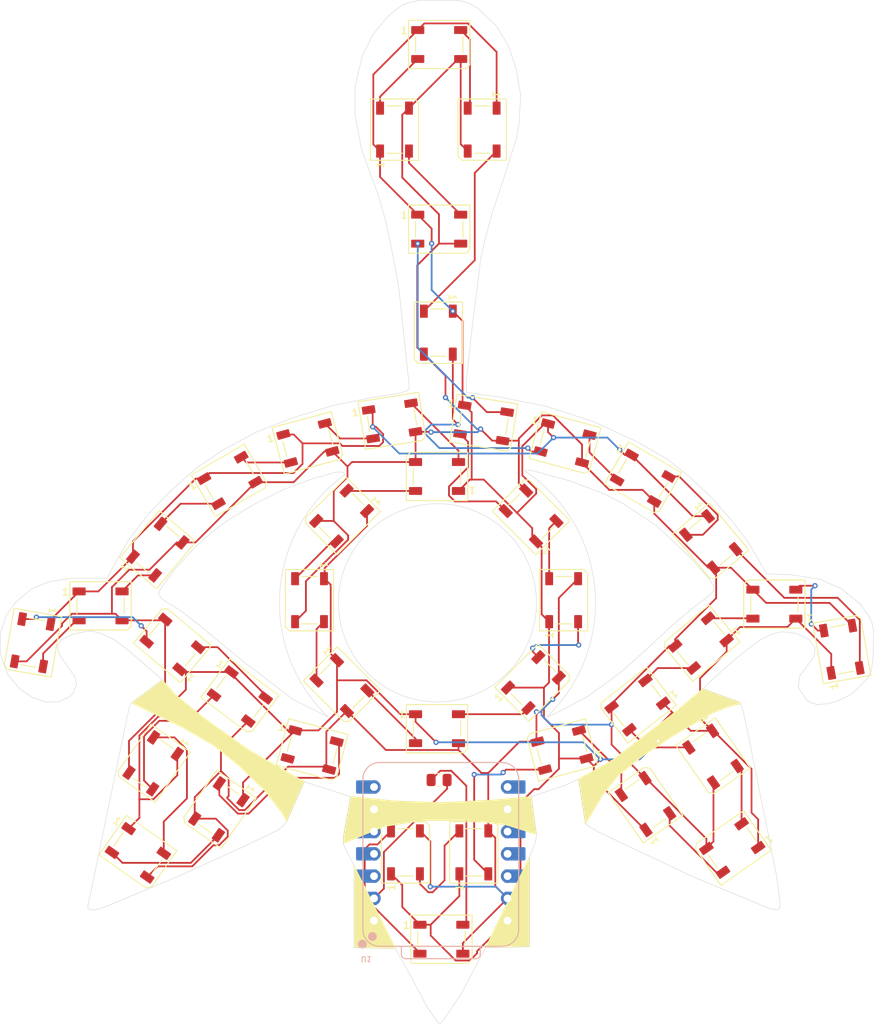
<source format=kicad_pcb>
(kicad_pcb (version 20240108) (generator "pcbnew") (generator_version "8.0")
  (layers (0 "F.Cu" signal) (31 "B.Cu" signal) (34 "B.Paste" user) (35 "F.Paste" user) (36 "B.SilkS" user "B.Silkscreen") (37 "F.SilkS" user "F.Silkscreen") (38 "B.Mask" user) (39 "F.Mask" user) (44 "Edge.Cuts" user))
  (net 0 "")
  (net 1 "GND")
  (net 2 "+5V")
  (net 3 "Net-(D1-DOUT)")
  (net 4 "LED")
  (net 5 "Net-(D2-DOUT)")
  (net 6 "Net-(D3-DOUT)")
  (net 7 "Net-(D4-DOUT)")
  (net 8 "Net-(D5-DOUT)")
  (net 9 "Net-(D6-DOUT)")
  (net 10 "Net-(D7-DOUT)")
  (net 11 "Net-(D8-DOUT)")
  (net 12 "Net-(D10-DIN)")
  (net 13 "Net-(D10-DOUT)")
  (net 14 "Net-(D11-DOUT)")
  (net 15 "Net-(D12-DOUT)")
  (net 16 "Net-(D13-DOUT)")
  (net 17 "Net-(D14-DOUT)")
  (net 18 "Net-(D15-DOUT)")
  (net 19 "Net-(D16-DOUT)")
  (net 20 "Net-(D17-DOUT)")
  (net 21 "Net-(D18-DOUT)")
  (net 22 "Net-(D19-DOUT)")
  (net 23 "Net-(D20-DOUT)")
  (net 24 "Net-(D21-DOUT)")
  (net 25 "Net-(D22-DOUT)")
  (net 26 "Net-(D23-DOUT)")
  (net 27 "Net-(D24-DOUT)")
  (net 28 "Net-(D25-DOUT)")
  (net 29 "Net-(D26-DOUT)")
  (net 30 "Net-(D27-DOUT)")
  (net 31 "Net-(D28-DOUT)")
  (net 32 "Net-(D29-DOUT)")
  (net 33 "Net-(D30-DOUT)")
  (net 34 "Net-(D31-DOUT)")
  (net 35 "Net-(D32-DOUT)")
  (net 36 "Net-(D33-DOUT)")
  (net 37 "Net-(D34-DOUT)")
  (net 38 "Net-(D35-DOUT)")
  (net 39 "Net-(D36-DOUT)")
  (net 40 "Net-(D37-DOUT)")
  (net 41 "Net-(D38-DOUT)")
  (net 42 "Net-(D39-DOUT)")
  (net 44 "unconnected-(U1-GPIO29{slash}ADC3{slash}A3-Pad4)")
  (net 45 "unconnected-(U1-GPIO3{slash}MOSI-Pad11)")
  (net 46 "unconnected-(U1-GPIO28{slash}ADC2{slash}A2-Pad3)")
  (net 47 "unconnected-(U1-3V3-Pad12)")
  (net 48 "unconnected-(U1-GPIO7{slash}SCL-Pad6)")
  (net 49 "unconnected-(U1-GPIO6{slash}SDA-Pad5)")
  (net 50 "unconnected-(U1-GPIO26{slash}ADC0{slash}A0-Pad1)")
  (net 51 "unconnected-(U1-GPIO4{slash}MISO-Pad10)")
  (net 52 "unconnected-(U1-GPIO0{slash}TX-Pad7)")
  (net 53 "unconnected-(U1-GPIO1{slash}RX-Pad8)")
  (net 54 "unconnected-(U1-GPIO2{slash}SCK-Pad9)")
  (net 55 "Net-(U1-GPIO27{slash}ADC1{slash}A1)")
  (footprint "LED_SMD:LED_WS2812B_PLCC4_5.0x5.0mm_P3.2mm" (layer "F.Cu") (at 99.9 124.7 -90)
    (property "Reference" "D26" (hide yes))
    (property "Value" "WS2812B" (hide yes))
  )
  (footprint "LED_SMD:LED_WS2812B_PLCC4_5.0x5.0mm_P3.2mm" (layer "F.Cu") (at 145.6891 118.0626 -50)
    (property "Reference" "D12" (hide yes))
    (property "Value" "WS2812B" (hide yes))
  )
  (footprint "LED_SMD:LED_WS2812B_PLCC4_5.0x5.0mm_P3.2mm" (layer "F.Cu") (at 68.3005 129.5507 -100)
    (property "Reference" "D34" (hide yes))
    (property "Value" "WS2812B" (hide yes))
  )
  (footprint "LED_SMD:LED_WS2812B_PLCC4_5.0x5.0mm_P3.2mm" (layer "F.Cu") (at 114.7 61.35)
    (property "Reference" "D17" (hide yes))
    (property "Value" "WS2812B" (hide yes))
  )
  (footprint "LED_SMD:LED_WS2812B_PLCC4_5.0x5.0mm_P3.2mm" (layer "F.Cu") (at 129.0605 106.7903 -15)
    (property "Reference" "D14" (hide yes))
    (property "Value" "WS2812B" (hide yes))
  )
  (footprint "LED_SMD:LED_WS2812B_PLCC4_5.0x5.0mm_P3.2mm" (layer "F.Cu") (at 80.3105 153.5069 -35)
    (property "Reference" "D38" (hide yes))
    (property "Value" "WS2812B" (hide yes))
  )
  (footprint "LED_SMD:LED_WS2812B_PLCC4_5.0x5.0mm_P3.2mm" (layer "F.Cu") (at 100.2 141.7721 -15)
    (property "Reference" "D40" (hide yes))
    (property "Value" "WS2812B" (hide yes))
  )
  (footprint "LED_SMD:LED_WS2812B_PLCC4_5.0x5.0mm_P3.2mm" (layer "F.Cu") (at 99.7064 106.7721 15)
    (property "Reference" "D30" (hide yes))
    (property "Value" "WS2812B" (hide yes))
  )
  (footprint "LED_SMD:LED_WS2812B_PLCC4_5.0x5.0mm_P3.2mm" (layer "F.Cu") (at 114.45 139.35)
    (property "Reference" "D24" (hide yes))
    (property "Value" "WS2812B" (hide yes))
  )
  (footprint "LED_SMD:LED_WS2812B_PLCC4_5.0x5.0mm_P3.2mm" (layer "F.Cu") (at 137.9468 110.7961 -30)
    (property "Reference" "D13" (hide yes))
    (property "Value" "WS2812B" (hide yes))
  )
  (footprint "LED_SMD:LED_WS2812B_PLCC4_5.0x5.0mm_P3.2mm" (layer "F.Cu") (at 109.6 71.05 90)
    (property "Reference" "D18" (hide yes))
    (property "Value" "WS2812B" (hide yes))
  )
  (footprint "LED_SMD:LED_WS2812B_PLCC4_5.0x5.0mm_P3.2mm" (layer "F.Cu") (at 84.25 129.75 140)
    (property "Reference" "D35" (hide yes))
    (property "Value" "WS2812B" (hide yes))
  )
  (footprint "LED_SMD:LED_WS2812B_PLCC4_5.0x5.0mm_P3.2mm" (layer "F.Cu") (at 152.95 125.15 180)
    (property "Reference" "D10" (hide yes))
    (property "Value" "WS2812B" (hide yes))
  )
  (footprint "LED_SMD:LED_WS2812B_PLCC4_5.0x5.0mm_P3.2mm" (layer "F.Cu") (at 103.6009 134.4343 -45)
    (property "Reference" "D25" (hide yes))
    (property "Value" "WS2812B" (hide yes))
  )
  (footprint "LED_SMD:LED_WS2812B_PLCC4_5.0x5.0mm_P3.2mm" (layer "F.Cu") (at 89.5537 148.5467 -125)
    (property "Reference" "D39" (hide yes))
    (property "Value" "WS2812B" (hide yes))
  )
  (footprint "LED_SMD:LED_WS2812B_PLCC4_5.0x5.0mm_P3.2mm" (layer "F.Cu") (at 114.45 110.6 180)
    (property "Reference" "D28" (hide yes))
    (property "Value" "WS2812B" (hide yes))
  )
  (footprint "LED_SMD:LED_WS2812B_PLCC4_5.0x5.0mm_P3.2mm" (layer "F.Cu") (at 138.2431 147.9395 125)
    (property "Reference" "D5" (hide yes))
    (property "Value" "WS2812B" (hide yes))
  )
  (footprint "LED_SMD:LED_WS2812B_PLCC4_5.0x5.0mm_P3.2mm" (layer "F.Cu") (at 128.9 124.7 90)
    (property "Reference" "D22" (hide yes))
    (property "Value" "WS2812B" (hide yes))
  )
  (footprint "LED_SMD:LED_WS2812B_PLCC4_5.0x5.0mm_P3.2mm" (layer "F.Cu") (at 114.6 94.2 -90)
    (property "Reference" "D15" (hide yes))
    (property "Value" "WS2812B" (hide yes))
  )
  (footprint "LED_SMD:LED_WS2812B_PLCC4_5.0x5.0mm_P3.2mm" (layer "F.Cu") (at 91.9482 135.6824 -37)
    (property "Reference" "D36" (hide yes))
    (property "Value" "WS2812B" (hide yes))
  )
  (footprint "LED_SMD:LED_WS2812B_PLCC4_5.0x5.0mm_P3.2mm" (layer "F.Cu") (at 118.65 153.45 90)
    (property "Reference" "D3" (hide yes))
    (property "Value" "WS2812B" (hide yes))
  )
  (footprint "LED_SMD:LED_WS2812B_PLCC4_5.0x5.0mm_P3.2mm" (layer "F.Cu") (at 82.5888 118.9338 50)
    (property "Reference" "D32" (hide yes))
    (property "Value" "WS2812B" (hide yes))
  )
  (footprint "LED_SMD:LED_WS2812B_PLCC4_5.0x5.0mm_P3.2mm" (layer "F.Cu") (at 148.1467 152.9537 -145)
    (property "Reference" "D6" (hide yes))
    (property "Value" "WS2812B" (hide yes))
  )
  (footprint "LED_SMD:LED_WS2812B_PLCC4_5.0x5.0mm_P3.2mm" (layer "F.Cu") (at 119.7693 104.5036 -9)
    (property "Reference" "D20" (hide yes))
    (property "Value" "WS2812B" (hide yes))
  )
  (footprint "LED_SMD:LED_WS2812B_PLCC4_5.0x5.0mm_P3.2mm" (layer "F.Cu") (at 125.1843 115.1009 135)
    (property "Reference" "D21" (hide yes))
    (property "Value" "WS2812B" (hide yes))
  )
  (footprint "LED_SMD:LED_WS2812B_PLCC4_5.0x5.0mm_P3.2mm" (layer "F.Cu") (at 144.5657 129.6009 -140)
    (property "Reference" "D9" (hide yes))
    (property "Value" "WS2812B" (hide yes))
  )
  (footprint "LED_SMD:LED_WS2812B_PLCC4_5.0x5.0mm_P3.2mm" (layer "F.Cu") (at 160.6427 130.2969 100)
    (property "Reference" "D11" (hide yes))
    (property "Value" "WS2812B" (hide yes))
  )
  (footprint "LED_SMD:LED_WS2812B_PLCC4_5.0x5.0mm_P3.2mm" (layer "F.Cu") (at 110.85 153.45 90)
    (property "Reference" "D2" (hide yes))
    (property "Value" "WS2812B" (hide yes))
  )
  (footprint "LED_SMD:LED_WS2812B_PLCC4_5.0x5.0mm_P3.2mm" (layer "F.Cu") (at 125.45 134.1 45)
    (property "Reference" "D23" (hide yes))
    (property "Value" "WS2812B" (hide yes))
  )
  (footprint "LED_SMD:LED_WS2812B_PLCC4_5.0x5.0mm_P3.2mm" (layer "F.Cu") (at 119.6 71.05 -90)
    (property "Reference" "D16" (hide yes))
    (property "Value" "WS2812B" (hide yes))
  )
  (footprint "LED_SMD:LED_WS2812B_PLCC4_5.0x5.0mm_P3.2mm" (layer "F.Cu") (at 145.9463 142.5467 -55)
    (property "Reference" "D7" (hide yes))
    (property "Value" "WS2812B" (hide yes))
  )
  (footprint "LED_SMD:LED_WS2812B_PLCC4_5.0x5.0mm_P3.2mm" (layer "F.Cu") (at 90.8032 111.0461 30)
    (property "Reference" "D31" (hide yes))
    (property "Value" "WS2812B" (hide yes))
  )
  (footprint "LED_SMD:LED_WS2812B_PLCC4_5.0x5.0mm_P3.2mm" (layer "F.Cu") (at 128.7064 141.7903 -165)
    (property "Reference" "D4" (hide yes))
    (property "Value" "WS2812B" (hide yes))
  )
  (footprint "LED_SMD:LED_WS2812B_PLCC4_5.0x5.0mm_P3.2mm" (layer "F.Cu") (at 76.05 125.35)
    (property "Reference" "D33" (hide yes))
    (property "Value" "WS2812B" (hide yes))
  )
  (footprint "LED_SMD:LED_WS2812B_PLCC4_5.0x5.0mm_P3.2mm" (layer "F.Cu") (at 114.7 82.4)
    (property "Reference" "D19" (hide yes))
    (property "Value" "WS2812B" (hide yes))
  )
  (footprint "LED_SMD:LED_WS2812B_PLCC4_5.0x5.0mm_P3.2mm" (layer "F.Cu") (at 114.95 163.35)
    (property "Reference" "D1" (hide yes))
    (property "Value" "WS2812B" (hide yes))
  )
  (footprint "LED_SMD:LED_WS2812B_PLCC4_5.0x5.0mm_P3.2mm" (layer "F.Cu") (at 103.5657 115.1009 -135)
    (property "Reference" "D27" (hide yes))
    (property "Value" "WS2812B" (hide yes))
  )
  (footprint "LED_SMD:LED_WS2812B_PLCC4_5.0x5.0mm_P3.2mm" (layer "F.Cu") (at 137.3162 136.6612 -142)
    (property "Reference" "D8" (hide yes))
    (property "Value" "WS2812B" (hide yes))
  )
  (footprint "Resistor_SMD:R_0805_2012Metric" (layer "F.Cu") (at 114.6875 145.2)
    (property "Reference" "R1" (hide yes))
    (property "Value" "R_Small" (hide yes))
  )
  (footprint "LED_SMD:LED_WS2812B_PLCC4_5.0x5.0mm_P3.2mm" (layer "F.Cu") (at 82.0537 143.2967 -125)
    (property "Reference" "D37" (hide yes))
    (property "Value" "WS2812B" (hide yes))
  )
  (footprint "LED_SMD:LED_WS2812B_PLCC4_5.0x5.0mm_P3.2mm" (layer "F.Cu") (at 109.322 104.2536 9)
    (property "Reference" "D29" (hide yes))
    (property "Value" "WS2812B" (hide yes))
  )
  (footprint "OPL:XIAO-RP2040-DIP" (layer "B.Cu") (at 114.88 153.62)
    (property "Reference" "U1")
    (property "Value" "XIAO-RP2040-DIP")
  )
  (gr_poly (pts (xy 125 164.2) (xy 120 164.3) (xy 125 154)) (stroke (width 0.1)) (fill solid) (layer "F.SilkS"))
  (gr_poly (pts (xy 130.6 145.1) (xy 131.4 150.2) (xy 133.3 147) (xy 135.1 144.7) (xy 138 142.4) (xy 141.8 139.9) (xy 146 137.5) (xy 147.8 136.8) (xy 149.1 136.5) (xy 148.9 136.3) (xy 144.8 134.8) (xy 141.2 137.8) (xy 134.4 143)) (stroke (width 0.1)) (fill solid) (layer "F.SilkS"))
  (gr_poly (pts (xy 109.7 164.4) (xy 105 155) (xy 105 164.3)) (stroke (width 0.1)) (fill solid) (layer "F.SilkS"))
  (gr_poly (pts (xy 83.1 133.8) (xy 79.6 136.4) (xy 85.4 139.2) (xy 88.9 141.2) (xy 91.9 143.6) (xy 94.9 146.5) (xy 96.8 149) (xy 97.3 149.9) (xy 99.3 145.4) (xy 93 141.8) (xy 87.8 138.1) (xy 84.5 135.4)) (stroke (width 0.1)) (fill solid) (layer "F.SilkS"))
  (gr_poly (pts (xy 103.8 152.4) (xy 108.4 150.5) (xy 112.8 149.8) (xy 118.1 149.8) (xy 122.3 150.3) (xy 125.8 151.4) (xy 125.2 147.1) (xy 120.8 147.5) (xy 115.1 147.8) (xy 109.6 147.6) (xy 104.6 147.1) (xy 103.8 151.6)) (stroke (width 0.1)) (fill solid) (layer "F.SilkS"))
  (gr_line (start 117.3 56.4) (end 118.2 56.7) (stroke (width 0.05)) (layer "Edge.Cuts"))
  (gr_line (start 71.1 130) (end 71.4 131) (stroke (width 0.05)) (layer "Edge.Cuts"))
  (gr_line (start 77.6 120.7) (end 79.2 117.9) (stroke (width 0.05)) (layer "Edge.Cuts"))
  (gr_line (start 154.9 121.8) (end 158.1 122.3) (stroke (width 0.05)) (layer "Edge.Cuts"))
  (gr_line (start 87.4 127.6) (end 84.9 125.7) (stroke (width 0.05)) (layer "Edge.Cuts"))
  (gr_line (start 107.7 78.4) (end 106 73.8) (stroke (width 0.05)) (layer "Edge.Cuts"))
  (gr_line (start 146 123.1) (end 145.6 122.4) (stroke (width 0.05)) (layer "Edge.Cuts"))
  (gr_line (start 105 155) (end 103.75 152.5) (stroke (width 0.05)) (layer "Edge.Cuts"))
  (gr_line (start 65.3 126.4) (end 66.4 124.9) (stroke (width 0.05)) (layer "Edge.Cuts"))
  (gr_line (start 79.1 130.3) (end 77.6 129.2) (stroke (width 0.05)) (layer "Edge.Cuts"))
  (gr_line (start 118.5 93.2) (end 117.8 99.7) (stroke (width 0.05)) (layer "Edge.Cuts"))
  (gr_line (start 112.5 169.5) (end 109.7 164.4) (stroke (width 0.05)) (layer "Edge.Cuts"))
  (gr_line (start 132.8 151.1) (end 131.8 150.5) (stroke (width 0.05)) (layer "Edge.Cuts"))
  (gr_line (start 156.5 135.9) (end 155.7 134.7) (stroke (width 0.05)) (layer "Edge.Cuts"))
  (gr_line (start 120 164.3) (end 125 164.2) (stroke (width 0.05)) (layer "Edge.Cuts"))
  (gr_line (start 111.3 100.5) (end 110.1 89.2) (stroke (width 0.05)) (layer "Edge.Cuts"))
  (gr_line (start 125.7 152.2) (end 125.8 151.6) (stroke (width 0.05)) (layer "Edge.Cuts"))
  (gr_line (start 74.6 159.8) (end 74.6 159.6) (stroke (width 0.05)) (layer "Edge.Cuts"))
  (gr_line (start 71.6 129.2) (end 71.1 130) (stroke (width 0.05)) (layer "Edge.Cuts"))
  (gr_line (start 131.6 135.7) (end 134.1 133.9) (stroke (width 0.05)) (layer "Edge.Cuts"))
  (gr_line (start 103.75 152.5) (end 103.75 151.75) (stroke (width 0.05)) (layer "Edge.Cuts"))
  (gr_line (start 164.1 127.3) (end 164.3 128.4) (stroke (width 0.05)) (layer "Edge.Cuts"))
  (gr_line (start 72.7 122.2) (end 76.8 122.2) (stroke (width 0.05)) (layer "Edge.Cuts"))
  (gr_line (start 119.2 57.3) (end 121.2 59.2) (stroke (width 0.05)) (layer "Edge.Cuts"))
  (gr_line (start 131.4 150.2) (end 130.6 145.1) (stroke (width 0.05)) (layer "Edge.Cuts"))
  (gr_line (start 105 156) (end 105 155.5) (stroke (width 0.05)) (layer "Edge.Cuts"))
  (gr_line (start 153.8 128.3) (end 152.6 128.6) (stroke (width 0.05)) (layer "Edge.Cuts"))
  (gr_line (start 110.2 101.1) (end 111.1 100.8) (stroke (width 0.05)) (layer "Edge.Cuts"))
  (gr_line (start 86.9 109.7) (end 90 107.6) (stroke (width 0.05)) (layer "Edge.Cuts"))
  (gr_line (start 152.5 159.9) (end 143.6 156.2) (stroke (width 0.05)) (layer "Edge.Cuts"))
  (gr_line (start 76.5 159.7) (end 75.5 160) (stroke (width 0.05)) (layer "Edge.Cuts"))
  (gr_line (start 155.5 128.5) (end 153.8 128.3) (stroke (width 0.05)) (layer "Edge.Cuts"))
  (gr_line (start 105.1 69.4) (end 105.1 66.2) (stroke (width 0.05)) (layer "Edge.Cuts"))
  (gr_line (start 93.5 113.8) (end 96.9 112.1) (stroke (width 0.05)) (layer "Edge.Cuts"))
  (gr_line (start 157.6 130.1) (end 156.9 129.2) (stroke (width 0.05)) (layer "Edge.Cuts"))
  (gr_line (start 149.9 118) (end 152.1 121.7) (stroke (width 0.05)) (layer "Edge.Cuts"))
  (gr_line (start 85.1 156.1) (end 76.5 159.7) (stroke (width 0.05)) (layer "Edge.Cuts"))
  (gr_line (start 117.8 99.7) (end 117.8 100.9) (stroke (width 0.05)) (layer "Edge.Cuts"))
  (gr_line (start 161.8 135.4) (end 159.9 136.3) (stroke (width 0.05)) (layer "Edge.Cuts"))
  (gr_line (start 138.9 129.8) (end 141.7 127.2) (stroke (width 0.05)) (layer "Edge.Cuts"))
  (gr_line (start 119.4 86) (end 119 89.4) (stroke (width 0.05)) (layer "Edge.Cuts"))
  (gr_line (start 155.8 133.4) (end 157.5 131.1) (stroke (width 0.05)) (layer "Edge.Cuts"))
  (gr_line (start 113.25 171) (end 112.5 169.5) (stroke (width 0.05)) (layer "Edge.Cuts"))
  (gr_line (start 92.8 152.6) (end 85.1 156.1) (stroke (width 0.05)) (layer "Edge.Cuts"))
  (gr_line (start 125.8 151.6) (end 125.2 147.1) (stroke (width 0.05)) (layer "Edge.Cuts"))
  (gr_line (start 137.2 106.6) (end 140.7 108.6) (stroke (width 0.05)) (layer "Edge.Cuts"))
  (gr_line (start 151.4 129.2) (end 150 130.2) (stroke (width 0.05)) (layer "Edge.Cuts"))
  (gr_line (start 140.7 108.6) (end 143.1 110.5) (stroke (width 0.05)) (layer "Edge.Cuts"))
  (gr_line (start 144.8 134.8) (end 148.9 136.3) (stroke (width 0.05)) (layer "Edge.Cuts"))
  (gr_line (start 163.7 126.5) (end 164.1 127.3) (stroke (width 0.05)) (layer "Edge.Cuts"))
  (gr_line (start 139.5 116.2) (end 135.7 113.7) (stroke (width 0.05)) (layer "Edge.Cuts"))
  (gr_line (start 81.4 115) (end 84 112.3) (stroke (width 0.05)) (layer "Edge.Cuts"))
  (gr_line (start 126.999999 137.999999) (end 127.8 137.7) (stroke (width 0.05)) (layer "Edge.Cuts"))
  (gr_circle (center 114.5 125) (end 114.4 113.7) (stroke (width 0.05)) (fill none) (layer "Edge.Cuts"))
  (gr_line (start 119.7 101.3) (end 121.4 101.5) (stroke (width 0.05)) (layer "Edge.Cuts"))
  (gr_arc (start 102.000001 137.999999) (mid 96.508882 123.747148) (end 103.92248 110.392946) (stroke (width 0.05)) (layer "Edge.Cuts"))
  (gr_line (start 150 130.2) (end 147.8 132) (stroke (width 0.05)) (layer "Edge.Cuts"))
  (gr_line (start 147.8 132) (end 145.5 134.1) (stroke (width 0.05)) (layer "Edge.Cuts"))
  (gr_line (start 83.4 124.8) (end 82.9 124.4) (stroke (width 0.05)) (layer "Edge.Cuts"))
  (gr_line (start 153.2 160) (end 152.5 159.9) (stroke (width 0.05)) (layer "Edge.Cuts"))
  (gr_line (start 125 155) (end 125 164.2) (stroke (width 0.05)) (layer "Edge.Cuts"))
  (gr_line (start 90 107.6) (end 93.9 105.5) (stroke (width 0.05)) (layer "Edge.Cuts"))
  (gr_line (start 153.5 159.9) (end 153.2 160) (stroke (width 0.05)) (layer "Edge.Cuts"))
  (gr_line (start 141.7 127.2) (end 144 125.3) (stroke (width 0.05)) (layer "Edge.Cuts"))
  (gr_line (start 158.1 122.3) (end 160.6 123.4) (stroke (width 0.05)) (layer "Edge.Cuts"))
  (gr_line (start 105.3 65.3) (end 105.9 62.7) (stroke (width 0.05)) (layer "Edge.Cuts"))
  (gr_line (start 133.6 112.6) (end 129.6 111.1) (stroke (width 0.05)) (layer "Edge.Cuts"))
  (gr_line (start 156.9 136.3) (end 156.5 135.9) (stroke (width 0.05)) (layer "Edge.Cuts"))
  (gr_line (start 72.9 135.3) (end 72.5 135.7) (stroke (width 0.05)) (layer "Edge.Cuts"))
  (gr_line (start 96.8 150.5) (end 96.3 150.9) (stroke (width 0.05)) (layer "Edge.Cuts"))
  (gr_arc (start 124.503845 109.994232) (mid 132.463477 123.398915) (end 126.999999 137.999999) (stroke (width 0.05)) (layer "Edge.Cuts"))
  (gr_line (start 144 125.3) (end 145.1 124.5) (stroke (width 0.05)) (layer "Edge.Cuts"))
  (gr_line (start 66.4 124.9) (end 68.2 123.4) (stroke (width 0.05)) (layer "Edge.Cuts"))
  (gr_line (start 125 154) (end 125.7 152.2) (stroke (width 0.05)) (layer "Edge.Cuts"))
  (gr_line (start 164 132.8) (end 163.5 133.7) (stroke (width 0.05)) (layer "Edge.Cuts"))
  (gr_line (start 159 136.5) (end 157.8 136.6) (stroke (width 0.05)) (layer "Edge.Cuts"))
  (gr_line (start 152.1 121.7) (end 154.9 121.8) (stroke (width 0.05)) (layer "Edge.Cuts"))
  (gr_line (start 146 123.7) (end 146 123.1) (stroke (width 0.05)) (layer "Edge.Cuts"))
  (gr_line (start 117.25 169.5) (end 115.25 172.5) (stroke (width 0.05)) (layer "Edge.Cuts"))
  (gr_line (start 76.8 122.2) (end 77.6 120.7) (stroke (width 0.05)) (layer "Edge.Cuts"))
  (gr_line (start 118.2 56.7) (end 119.2 57.3) (stroke (width 0.05)) (layer "Edge.Cuts"))
  (gr_line (start 124 67.2) (end 123.8 70.5) (stroke (width 0.05)) (layer "Edge.Cuts"))
  (gr_line (start 153.2 156.1) (end 153.6 159.2) (stroke (width 0.05)) (layer "Edge.Cuts"))
  (gr_line (start 157.5 131.1) (end 157.6 130.1) (stroke (width 0.05)) (layer "Edge.Cuts"))
  (gr_line (start 75 128.2) (end 74.2 128.3) (stroke (width 0.05)) (layer "Edge.Cuts"))
  (gr_line (start 130.6 145.1) (end 129.1 145.8) (stroke (width 0.05)) (layer "Edge.Cuts"))
  (gr_line (start 71.4 131) (end 73.1 133.4) (stroke (width 0.05)) (layer "Edge.Cuts"))
  (gr_line (start 110.6 56.8) (end 111.5 56.5) (stroke (width 0.05)) (layer "Edge.Cuts"))
  (gr_line (start 121.4 101.5) (end 126.9 102.6) (stroke (width 0.05)) (layer "Edge.Cuts"))
  (gr_line (start 65.4 133.1) (end 64.6 130.8) (stroke (width 0.05)) (layer "Edge.Cuts"))
  (gr_line (start 72.5 135.7) (end 71.3 136.3) (stroke (width 0.05)) (layer "Edge.Cuts"))
  (gr_line (start 110.1 89.2) (end 109.4 85.3) (stroke (width 0.05)) (layer "Edge.Cuts"))
  (gr_line (start 69.8 136.3) (end 68.3 135.8) (stroke (width 0.05)) (layer "Edge.Cuts"))
  (gr_line (start 70.2 122.6) (end 72.7 122.2) (stroke (width 0.05)) (layer "Edge.Cuts"))
  (gr_line (start 88.8 116.9) (end 90.4 115.7) (stroke (width 0.05)) (layer "Edge.Cuts"))
  (gr_line (start 105 164.3) (end 105 156) (stroke (width 0.05)) (layer "Edge.Cuts"))
  (gr_line (start 164.3 128.4) (end 164.2 131.5) (stroke (width 0.05)) (layer "Edge.Cuts"))
  (gr_line (start 73.1 133.4) (end 73.3 134.4) (stroke (width 0.05)) (layer "Edge.Cuts"))
  (gr_line (start 93.9 105.5) (end 98 103.9) (stroke (width 0.05)) (layer "Edge.Cuts"))
  (gr_line (start 84.6 121.1) (end 86.7 118.8) (stroke (width 0.05)) (layer "Edge.Cuts"))
  (gr_line (start 79.2 117.9) (end 81.4 115) (stroke (width 0.05)) (layer "Edge.Cuts"))
  (gr_line (start 96.3 150.9) (end 92.8 152.6) (stroke (width 0.05)) (layer "Edge.Cuts"))
  (gr_line (start 64.6 130.8) (end 64.6 128.5) (stroke (width 0.05)) (layer "Edge.Cuts"))
  (gr_line (start 97.25 150) (end 96.8 150.5) (stroke (width 0.05)) (layer "Edge.Cuts"))
  (gr_line (start 164.2 131.5) (end 164 132.8) (stroke (width 0.05)) (layer "Edge.Cuts"))
  (gr_line (start 108.6 58.4) (end 109.7 57.4) (stroke (width 0.05)) (layer "Edge.Cuts"))
  (gr_line (start 107 101.6) (end 110.2 101.1) (stroke (width 0.05)) (layer "Edge.Cuts"))
  (gr_line (start 83.1 123.1) (end 84.6 121.1) (stroke (width 0.05)) (layer "Edge.Cuts"))
  (gr_line (start 145.6 112.8) (end 147.9 115.4) (stroke (width 0.05)) (layer "Edge.Cuts"))
  (gr_line (start 102.6 102.5) (end 107 101.6) (stroke (width 0.05)) (layer "Edge.Cuts"))
  (gr_line (start 145.5 134.1) (end 144.8 134.8) (stroke (width 0.05)) (layer "Edge.Cuts"))
  (gr_line (start 64.6 128.5) (end 65.3 126.4) (stroke (width 0.05)) (layer "Edge.Cuts"))
  (gr_line (start 149.2 136.8) (end 149.4 137.4) (stroke (width 0.05)) (layer "Edge.Cuts"))
  (gr_line (start 143.5 120) (end 139.5 116.2) (stroke (width 0.05)) (layer "Edge.Cuts"))
  (gr_line (start 106 73.8) (end 105.8 73.1) (stroke (width 0.05)) (layer "Edge.Cuts"))
  (gr_line (start 86.7 118.8) (end 88.8 116.9) (stroke (width 0.05)) (layer "Edge.Cuts"))
  (gr_line (start 116.2 56.3) (end 117.3 56.4) (stroke (width 0.05)) (layer "Edge.Cuts"))
  (gr_line (start 105.1 66.2) (end 105.3 65.3) (stroke (width 0.05)) (layer "Edge.Cuts"))
  (gr_line (start 98 103.9) (end 102.6 102.5) (stroke (width 0.05)) (layer "Edge.Cuts"))
  (gr_line (start 119 89.4) (end 118.5 93.2) (stroke (width 0.05)) (layer "Edge.Cuts"))
  (gr_line (start 114.5 172.75) (end 113.25 171) (stroke (width 0.05)) (layer "Edge.Cuts"))
  (gr_line (start 123.5 64.2) (end 124 67.2) (stroke (width 0.05)) (layer "Edge.Cuts"))
  (gr_line (start 124.6 109.9) (end 124.503845 109.994232) (stroke (width 0.05)) (layer "Edge.Cuts"))
  (gr_line (start 125.2 109.9) (end 124.6 109.9) (stroke (width 0.05)) (layer "Edge.Cuts"))
  (gr_line (start 99.3 145.4) (end 97.25 150) (stroke (width 0.05)) (layer "Edge.Cuts"))
  (gr_line (start 135.8 132.6) (end 138.9 129.8) (stroke (width 0.05)) (layer "Edge.Cuts"))
  (gr_line (start 100.1 110.9) (end 102.9 110.1) (stroke (width 0.05)) (layer "Edge.Cuts"))
  (gr_line (start 153.6 159.7) (end 153.5 159.9) (stroke (width 0.05)) (layer "Edge.Cuts"))
  (gr_line (start 82.7 123.8) (end 83.1 123.1) (stroke (width 0.05)) (layer "Edge.Cuts"))
  (gr_line (start 129.1 145.8) (end 125.2 147.1) (stroke (width 0.05)) (layer "Edge.Cuts"))
  (gr_line (start 109.4 85.3) (end 108.6 81.5) (stroke (width 0.05)) (layer "Edge.Cuts"))
  (gr_line (start 129.6 111.1) (end 125.2 109.9) (stroke (width 0.05)) (layer "Edge.Cuts"))
  (gr_line (start 96.9 112.1) (end 100.1 110.9) (stroke (width 0.05)) (layer "Edge.Cuts"))
  (gr_line (start 122.2 76.2) (end 120.7 80.7) (stroke (width 0.05)) (layer "Edge.Cuts"))
  (gr_line (start 68.3 135.8) (end 66.8 134.8) (stroke (width 0.05)) (layer "Edge.Cuts"))
  (gr_line (start 66.8 134.8) (end 65.4 133.1) (stroke (width 0.05)) (layer "Edge.Cuts"))
  (gr_line (start 84 112.3) (end 86.9 109.7) (stroke (width 0.05)) (layer "Edge.Cuts"))
  (gr_line (start 90.4 115.7) (end 93.5 113.8) (stroke (width 0.05)) (layer "Edge.Cuts"))
  (gr_line (start 77.6 129.2) (end 76.1 128.5) (stroke (width 0.05)) (layer "Edge.Cuts"))
  (gr_line (start 155.7 134.7) (end 155.8 133.4) (stroke (width 0.05)) (layer "Edge.Cuts"))
  (gr_line (start 73.3 134.4) (end 72.9 135.3) (stroke (width 0.05)) (layer "Edge.Cuts"))
  (gr_line (start 102.000001 137.999999) (end 98 136) (stroke (width 0.05)) (layer "Edge.Cuts"))
  (gr_line (start 71.3 136.3) (end 69.8 136.3) (stroke (width 0.05)) (layer "Edge.Cuts"))
  (gr_line (start 115.25 172.5) (end 114.75 173) (stroke (width 0.05)) (layer "Edge.Cuts"))
  (gr_line (start 131.8 150.5) (end 131.4 150.2) (stroke (width 0.05)) (layer "Edge.Cuts"))
  (gr_line (start 112.6 56.3) (end 116.2 56.3) (stroke (width 0.05)) (layer "Edge.Cuts"))
  (gr_line (start 105.8 73.1) (end 105.1 69.4) (stroke (width 0.05)) (layer "Edge.Cuts"))
  (gr_line (start 145.6 122.4) (end 143.5 120) (stroke (width 0.05)) (layer "Edge.Cuts"))
  (gr_line (start 74.2 128.3) (end 72.9 128.6) (stroke (width 0.05)) (layer "Edge.Cuts"))
  (gr_line (start 103.75 151.75) (end 104.6 147.1) (stroke (width 0.05)) (layer "Edge.Cuts"))
  (gr_line (start 125 155) (end 125 154) (stroke (width 0.05)) (layer "Edge.Cuts"))
  (gr_line (start 76.1 128.5) (end 75 128.2) (stroke (width 0.05)) (layer "Edge.Cuts"))
  (gr_line (start 157.8 136.6) (end 156.9 136.3) (stroke (width 0.05)) (layer "Edge.Cuts"))
  (gr_line (start 143.1 110.5) (end 145.6 112.8) (stroke (width 0.05)) (layer "Edge.Cuts"))
  (gr_line (start 153.6 159.2) (end 153.6 159.7) (stroke (width 0.05)) (layer "Edge.Cuts"))
  (gr_line (start 84.9 125.7) (end 83.4 124.8) (stroke (width 0.05)) (layer "Edge.Cuts"))
  (gr_line (start 103.7 110.1) (end 103.924986 110.396409) (stroke (width 0.05)) (layer "Edge.Cuts"))
  (gr_line (start 134.1 133.9) (end 135.8 132.6) (stroke (width 0.05)) (layer "Edge.Cuts"))
  (gr_line (start 120.7 80.7) (end 119.8 84.1) (stroke (width 0.05)) (layer "Edge.Cuts"))
  (gr_line (start 156.9 129.2) (end 155.5 128.5) (stroke (width 0.05)) (layer "Edge.Cuts"))
  (gr_line (start 72.9 128.6) (end 71.6 129.2) (stroke (width 0.05)) (layer "Edge.Cuts"))
  (gr_line (start 111.5 56.5) (end 112.6 56.3) (stroke (width 0.05)) (layer "Edge.Cuts"))
  (gr_line (start 105 155.5) (end 105 155) (stroke (width 0.05)) (layer "Edge.Cuts"))
  (gr_line (start 121.2 59.2) (end 122.6 61.5) (stroke (width 0.05)) (layer "Edge.Cuts"))
  (gr_line (start 159.9 136.3) (end 159 136.5) (stroke (width 0.05)) (layer "Edge.Cuts"))
  (gr_line (start 120 164.3) (end 117.25 169.5) (stroke (width 0.05)) (layer "Edge.Cuts"))
  (gr_line (start 145.1 124.5) (end 145.6 124.1) (stroke (width 0.05)) (layer "Edge.Cuts"))
  (gr_line (start 117.8 100.9) (end 117.8 101) (stroke (width 0.05)) (layer "Edge.Cuts"))
  (gr_line (start 109.7 164.4) (end 105 164.3) (stroke (width 0.05)) (layer "Edge.Cuts"))
  (gr_line (start 79.3 137) (end 79.6 136.4) (stroke (width 0.05)) (layer "Edge.Cuts"))
  (gr_line (start 143.6 156.2) (end 132.8 151.1) (stroke (width 0.05)) (layer "Edge.Cuts"))
  (gr_line (start 109.7 57.4) (end 110.6 56.8) (stroke (width 0.05)) (layer "Edge.Cuts"))
  (gr_line (start 82.9 124.4) (end 82.7 124) (stroke (width 0.05)) (layer "Edge.Cuts"))
  (gr_line (start 123.8 70.5) (end 123.5 72.1) (stroke (width 0.05)) (layer "Edge.Cuts"))
  (gr_line (start 122.6 61.5) (end 123.5 64.2) (stroke (width 0.05)) (layer "Edge.Cuts"))
  (gr_line (start 152.6 128.6) (end 151.4 129.2) (stroke (width 0.05)) (layer "Edge.Cuts"))
  (gr_line (start 98 136) (end 92.1 131.5) (stroke (width 0.05)) (layer "Edge.Cuts"))
  (gr_line (start 160.6 123.4) (end 162.8 125.2) (stroke (width 0.05)) (layer "Edge.Cuts"))
  (gr_line (start 135.7 113.7) (end 133.6 112.6) (stroke (width 0.05)) (layer "Edge.Cuts"))
  (gr_line (start 132.2 104.3) (end 137.2 106.6) (stroke (width 0.05)) (layer "Edge.Cuts"))
  (gr_line (start 83.1 133.8) (end 79.1 130.3) (stroke (width 0.05)) (layer "Edge.Cuts"))
  (gr_line (start 82.7 124) (end 82.7 123.8) (stroke (width 0.05)) (layer "Edge.Cuts"))
  (gr_line (start 147.9 115.4) (end 149.9 118) (stroke (width 0.05)) (layer "Edge.Cuts"))
  (gr_line (start 92.1 131.5) (end 87.4 127.6) (stroke (width 0.05)) (layer "Edge.Cuts"))
  (gr_line (start 108.6 81.5) (end 107.7 78.4) (stroke (width 0.05)) (layer "Edge.Cuts"))
  (gr_line (start 107.1 60.3) (end 108.6 58.4) (stroke (width 0.05)) (layer "Edge.Cuts"))
  (gr_line (start 117.8 101) (end 119.7 101.3) (stroke (width 0.05)) (layer "Edge.Cuts"))
  (gr_line (start 149.9 139.7) (end 153.2 156.1) (stroke (width 0.05)) (layer "Edge.Cuts"))
  (gr_line (start 126.9 102.6) (end 132.2 104.3) (stroke (width 0.05)) (layer "Edge.Cuts"))
  (gr_line (start 102.9 110.1) (end 103.7 110.1) (stroke (width 0.05)) (layer "Edge.Cuts"))
  (gr_line (start 104.6 147.1) (end 99.3 145.4) (stroke (width 0.05)) (layer "Edge.Cuts"))
  (gr_line (start 149.4 137.4) (end 149.9 139.7) (stroke (width 0.05)) (layer "Edge.Cuts"))
  (gr_line (start 145.6 124.1) (end 146 123.7) (stroke (width 0.05)) (layer "Edge.Cuts"))
  (gr_line (start 79.6 136.4) (end 83.1 133.8) (stroke (width 0.05)) (layer "Edge.Cuts"))
  (gr_line (start 149.1 136.5) (end 149.2 136.8) (stroke (width 0.05)) (layer "Edge.Cuts"))
  (gr_line (start 111.1 100.8) (end 111.3 100.5) (stroke (width 0.05)) (layer "Edge.Cuts"))
  (gr_line (start 75.5 160) (end 74.9 160) (stroke (width 0.05)) (layer "Edge.Cuts"))
  (gr_line (start 127.8 137.7) (end 131.6 135.7) (stroke (width 0.05)) (layer "Edge.Cuts"))
  (gr_line (start 163.5 133.7) (end 161.8 135.4) (stroke (width 0.05)) (layer "Edge.Cuts"))
  (gr_line (start 74.9 160) (end 74.6 159.8) (stroke (width 0.05)) (layer "Edge.Cuts"))
  (gr_line (start 68.2 123.4) (end 70.2 122.6) (stroke (width 0.05)) (layer "Edge.Cuts"))
  (gr_line (start 105.9 62.7) (end 107.1 60.3) (stroke (width 0.05)) (layer "Edge.Cuts"))
  (gr_line (start 74.6 159.6) (end 79.3 137) (stroke (width 0.05)) (layer "Edge.Cuts"))
  (gr_line (start 119.8 84.1) (end 119.4 86) (stroke (width 0.05)) (layer "Edge.Cuts"))
  (gr_line (start 123.5 72.1) (end 122.2 76.2) (stroke (width 0.05)) (layer "Edge.Cuts"))
  (gr_line (start 162.8 125.2) (end 163.7 126.5) (stroke (width 0.05)) (layer "Edge.Cuts"))
  (gr_line (start 148.9 136.3) (end 149.1 136.5) (stroke (width 0.05)) (layer "Edge.Cuts"))
  (gr_line (start 114.75 173) (end 114.5 172.75) (stroke (width 0.05)) (layer "Edge.Cuts"))
  (segment (start 86.8824 118.1176) (end 93.75 111.25) (width 0.2) (layer "F.Cu") (net 1))
  (segment (start 116.9 141) (end 116.9 141.778) (width 0.2) (layer "F.Cu") (net 1))
  (segment (start 120.3 144.4) (end 120.3 151) (width 0.2) (layer "F.Cu") (net 1))
  (segment (start 117.15 72.7) (end 117.95 73.5) (width 0.2) (layer "F.Cu") (net 1))
  (segment (start 116.85 63) (end 117.15 63) (width 0.2) (layer "F.Cu") (net 1))
  (segment (start 123.7856 106.5166) (end 123.7856 106.2715) (width 0.2) (layer "F.Cu") (net 1))
  (segment (start 114.6699 80.7083) (end 114.6699 84.05) (width 0.2) (layer "F.Cu") (net 1))
  (segment (start 159.2552 125.0106) (end 161.8422 127.5976) (width 0.2) (layer "F.Cu") (net 1))
  (segment (start 85.4276 118.1176) (end 86.8824 118.1176) (width 0.2) (layer "F.Cu") (net 1))
  (segment (start 77.3497 126.248) (end 77.3497 123.2115) (width 0.2) (layer "F.Cu") (net 1))
  (segment (start 90.5113 147.1843) (end 90.5113 147.2669) (width 0.2) (layer "F.Cu") (net 1))
  (segment (start 79.2968 140.7453) (end 79.2968 144.3572) (width 0.2) (layer "F.Cu") (net 1))
  (segment (start 123.7856 106.2715) (end 126.4254 103.6317) (width 0.2) (layer "F.Cu") (net 1))
  (segment (start 145.4143 121) (end 146 121) (width 0.2) (layer "F.Cu") (net 1))
  (segment (start 119.522 144.4) (end 120.3 144.4) (width 0.2) (layer "F.Cu") (net 1))
  (segment (start 66.2501 131.677) (end 67.6052 131.677) (width 0.2) (layer "F.Cu") (net 1))
  (segment (start 89.7915 144.1671) (end 89.7916 144.1671) (width 0.2) (layer "F.Cu") (net 1))
  (segment (start 83.4162 136.6259) (end 79.2968 140.7453) (width 0.2) (layer "F.Cu") (net 1))
  (segment (start 99.4876 122.5364) (end 99.4876 125.9124) (width 0.2) (layer "F.Cu") (net 1))
  (segment (start 140.9739 129.9118) (end 141.6283 129.9118) (width 0.2) (layer "F.Cu") (net 1))
  (segment (start 113.7216 105.5) (end 113.7661 105.5445) (width 0.2) (layer "F.Cu") (net 1))
  (segment (start 125.7973 137.4357) (end 125.7973 140.7151) (width 0.2) (layer "F.Cu") (net 1))
  (segment (start 102.1395 144) (end 101.8201 143.6806) (width 0.2) (layer "F.Cu") (net 1))
  (segment (start 112.95 96.65) (end 112.1912 95.8912) (width 0.2) (layer "F.Cu") (net 1))
  (segment (start 92.5137 148.6295) (end 97.4626 143.6806) (width 0.2) (layer "F.Cu") (net 1))
  (segment (start 146 121) (end 148 121) (width 0.2) (layer "F.Cu") (net 1))
  (segment (start 86.7968 147.1619) (end 89.7916 144.1671) (width 0.2) (layer "F.Cu") (net 1))
  (segment (start 83.4162 126.9288) (end 83.4162 127) (width 0.2) (layer "F.Cu") (net 1))
  (segment (start 138.1894 144.9862) (end 134.3697 141.1665) (width 0.2) (layer "F.Cu") (net 1))
  (segment (start 104.747 108.95) (end 104.2326 109.4644) (width 0.2) (layer "F.Cu") (net 1))
  (segment (start 152.0106 125.0106) (end 159.2552 125.0106) (width 0.2) (layer "F.Cu") (net 1))
  (segment (start 121.1027 151.8027) (end 120.3 151) (width 0.2) (layer "F.Cu") (net 1))
  (segment (start 145.1934 153.0074) (end 146 152.2008) (width 0.2) (layer "F.Cu") (net 1))
  (segment (start 112.1912 86.5287) (end 114.6699 84.05) (width 0.2) (layer "F.Cu") (net 1))
  (segment (start 81.371021 156.263763) (end 82.588784 155.046) (width 0.2) (layer "F.Cu") (net 1))
  (segment (start 121.931 106.5166) (end 120.7535 106.5166) (width 0.2) (layer "F.Cu") (net 1))
  (segment (start 128.3491 135.3125) (end 127.6546 136.007) (width 0.2) (layer "F.Cu") (net 1))
  (segment (start 134.3697 136.8694) (end 134.3697 136.516) (width 0.2) (layer "F.Cu") (net 1))
  (segment (start 77.748 126.248) (end 78.5 127) (width 0.2) (layer "F.Cu") (net 1))
  (segment (start 86.7968 149.6072) (end 86.7968 147.1619) (width 0.2) (layer "F.Cu") (net 1))
  (segment (start 90.6715 147.0241) (end 90.5113 147.1843) (width 0.2) (layer "F.Cu") (net 1))
  (segment (start 145.1934 153.0074) (end 145.1934 151.8999) (width 0.2) (layer "F.Cu") (net 1))
  (segment (start 139.2436 113.45) (end 139.2436 114.8293) (width 0.2) (layer "F.Cu") (net 1))
  (segment (start 139.2436 114.8293) (end 145.4143 121) (width 0.2) (layer "F.Cu") (net 1))
  (segment (start 134.1078 112.126) (end 137.9196 112.126) (width 0.2) (layer "F.Cu") (net 1))
  (segment (start 83.4338 126.9112) (end 83.4162 126.9288) (width 0.2) (layer "F.Cu") (net 1))
  (segment (start 90.563863 151.651448) (end 90.563863 150.963863) (width 0.2) (layer "F.Cu") (net 1))
  (segment (start 90.6715 145.0471) (end 90.6715 147.0241) (width 0.2) (layer "F.Cu") (net 1))
  (segment (start 102.7486 119.3536) (end 102.6704 119.3536) (width 0.2) (layer "F.Cu") (net 1))
  (segment (start 120.7535 106.5166) (end 119.4267 105.1898) (width 0.2) (layer "F.Cu") (net 1))
  (segment (start 123.7856 106.5166) (end 121.931 106.5166) (width 0.2) (layer "F.Cu") (net 1))
  (segment (start 116.9 141.778) (end 108.6112 141.778) (width 0.2) (layer "F.Cu") (net 1))
  (segment (start 117.15 84.05) (end 114.6699 84.05) (width 0.2) (layer "F.Cu") (net 1))
  (segment (start 141.6283 129.9118) (end 141.6283 129.146) (width 0.2) (layer "F.Cu") (net 1))
  (segment (start 123.8694 140.8306) (end 120.3 144.4) (width 0.2) (layer "F.Cu") (net 1))
  (segment (start 112 108.95) (end 112 105.5) (width 0.2) (layer "F.Cu") (net 1))
  (segment (start 141.6283 129.146) (end 146.3071 124.4672) (width 0.2) (layer "F.Cu") (net 1))
  (segment (start 126.4254 103.6317) (end 127.6773 103.6317) (width 0.2) (layer "F.Cu") (net 1))
  (segment (start 102.6621 112.218) (end 102.6621 115.6666) (width 0.2) (layer "F.Cu") (net 1))
  (segment (start 146.3071 121.3071) (end 146 121) (width 0.2) (layer "F.Cu") (net 1))
  (segment (start 127.6773 103.6317) (end 131 106.9544) (width 0.2) (layer "F.Cu") (net 1))
  (segment (start 145.1934 151.8999) (end 138.2797 144.9862) (width 0.2) (layer "F.Cu") (net 1))
  (segment (start 77.3497 126.248) (end 77.748 126.248) (width 0.2) (layer "F.Cu") (net 1))
  (segment (start 108.6112 141.778) (end 104.1666 137.3334) (width 0.2) (layer "F.Cu") (net 1))
  (segment (start 116.9 141.778) (end 119.522 144.4) (width 0.2) (layer "F.Cu") (net 1))
  (segment (start 91.8739 148.6295) (end 92.5137 148.6295) (width 0.2) (layer "F.Cu") (net 1))
  (segment (start 131 106.9544) (end 131 109.0182) (width 0.2) (layer "F.Cu") (net 1))
  (segment (start 134.3697 138.8883) (end 134.3697 136.8694) (width 0.2) (layer "F.Cu") (net 1))
  (segment (start 112.1912 95.8912) (end 112.1912 86.5287) (width 0.2) (layer "F.Cu") (net 1))
  (segment (start 134.3697 141.1665) (end 134.3697 138.8883) (width 0.2) (layer "F.Cu") (net 1))
  (segment (start 101.8201 143.6806) (end 101.8201 139.6799) (width 0.2) (layer "F.Cu") (net 1))
  (segment (start 131 109.0182) (end 134.1078 112.126) (width 0.2) (layer "F.Cu") (net 1))
  (segment (start 102.6621 115.6666) (end 100.6666 115.6666) (width 0.2) (layer "F.Cu") (net 1))
  (segment (start 137.9196 112.126) (end 139.2436 113.45) (width 0.2) (layer "F.Cu") (net 1))
  (segment (start 77.3497 123.2115) (end 79.3343 121.2269) (width 0.2) (layer "F.Cu") (net 1))
  (segment (start 102.5 107.7318) (end 104.2326 109.4644) (width 0.2) (layer "F.Cu") (net 1))
  (segment (start 83.4162 127) (end 83.4162 136.6259) (width 0.2) (layer "F.Cu") (net 1))
  (segment (start 148 121) (end 150.5 123.5) (width 0.2) (layer "F.Cu") (net 1))
  (segment (start 104.2326 110.6475) (end 102.6621 112.218) (width 0.2) (layer "F.Cu") (net 1))
  (segment (start 71.654 127.6282) (end 71.654 127.3697) (width 0.2) (layer "F.Cu") (net 1))
  (segment (start 89.7916 144.1671) (end 90.6715 145.0471) (width 0.2) (layer "F.Cu") (net 1))
  (segment (start 72.7757 126.248) (end 77.3497 126.248) (width 0.2) (layer "F.Cu") (net 1))
  (segment (start 90.5113 147.2669) (end 91.8739 148.6295) (width 0.2) (layer "F.Cu") (net 1))
  (segment (start 71.654 127.3697) (end 72.7757 126.248) (width 0.2) (layer "F.Cu") (net 1))
  (segment (start 117.15 63) (end 117.15 72.7) (width 0.2) (layer "F.Cu") (net 1))
  (segment (start 101.6056 107.7318) (end 102.5 107.7318) (width 0.2) (layer "F.Cu") (net 1))
  (segment (start 128.3491 133.5343) (end 128.3491 135.3125) (width 0.2) (layer "F.Cu") (net 1))
  (segment (start 112 108.95) (end 104.747 108.95) (width 0.2) (layer "F.Cu") (net 1))
  (segment (start 101.8201 139.6799) (end 104.1666 137.3334) (width 0.2) (layer "F.Cu") (net 1))
  (segment (start 89.577791 152.63752) (end 90.563863 151.651448) (width 0.2) (layer "F.Cu") (net 1))
  (segment (start 111.25 68.6) (end 110.4835 69.3665) (width 0.2) (layer "F.Cu") (net 1))
  (segment (start 146.3071 124.4672) (end 146.3071 121.3071) (width 0.2) (layer "F.Cu") (net 1))
  (segment (start 125.7973 140.7151) (end 125.9128 140.8306) (width 0.2) (layer "F.Cu") (net 1))
  (segment (start 130.55 122.25) (end 128.3491 124.4509) (width 0.2) (layer "F.Cu") (net 1))
  (segment (start 67.6052 131.677) (end 71.654 127.6282) (width 0.2) (layer "F.Cu") (net 1))
  (segment (start 82.588784 155.046) (end 86.519686 155.046) (width 0.2) (layer "F.Cu") (net 1))
  (segment (start 102.6621 115.6666) (end 104.3054 117.3099) (width 0.2) (layer "F.Cu") (net 1))
  (segment (start 125.9128 140.8306) (end 123.8694 140.8306) (width 0.2) (layer "F.Cu") (net 1))
  (segment (start 104.3054 117.7968) (end 102.7486 119.3536) (width 0.2) (layer "F.Cu") (net 1))
  (segment (start 79.3343 121.2269) (end 81.6372 121.2269) (width 0.2) (layer "F.Cu") (net 1))
  (segment (start 122.5 158.7) (end 121.1027 157.3027) (width 0.2) (layer "F.Cu") (net 1))
  (segment (start 128.3491 124.4509) (end 128.3491 133.5343) (width 0.2) (layer "F.Cu") (net 1))
  (segment (start 89.207221 149.607221) (end 86.796837 149.607221) (width 0.2) (layer "F.Cu") (net 1))
  (segment (start 123.7856 111.3688) (end 123.7856 106.5166) (width 0.2) (layer "F.Cu") (net 1))
  (segment (start 146 152.2008) (end 146 145.5) (width 0.2) (layer "F.Cu") (net 1))
  (segment (start 98.0874 111.25) (end 101.6056 107.7318) (width 0.2) (layer "F.Cu") (net 1))
  (segment (start 90.563863 150.963863) (end 89.207221 149.607221) (width 0.2) (layer "F.Cu") (net 1))
  (segment (start 115.4161 99.1161) (end 112.95 96.65) (width 0.2) (layer "F.Cu") (net 1))
  (segment (start 93.75 111.25) (end 98.0874 111.25) (width 0.2) (layer "F.Cu") (net 1))
  (segment (start 112 105.5) (end 113.7216 105.5) (width 0.2) (layer "F.Cu") (net 1))
  (segment (start 113.6809 157.3616) (end 113.6809 152.1809) (width 0.2) (layer "F.Cu") (net 1))
  (segment (start 84.7465 118.1176) (end 85.4276 118.1176) (width 0.2) (layer "F.Cu") (net 1))
  (segment (start 83.4162 127) (end 78.5 127) (width 0.2) (layer "F.Cu") (net 1))
  (segment (start 111.25 68.6) (end 116.85 63) (width 0.2) (layer "F.Cu") (net 1))
  (segment (start 104.2326 109.4644) (end 104.2326 110.6475) (width 0.2) (layer "F.Cu") (net 1))
  (segment (start 115.4161 101.5956) (end 115.4161 99.1161) (width 0.2) (layer "F.Cu") (net 1))
  (segment (start 134.3697 136.516) (end 140.9739 129.9118) (width 0.2) (layer "F.Cu") (net 1))
  (segment (start 92.9119 138.4746) (end 89.7915 141.595) (width 0.2) (layer "F.Cu") (net 1))
  (segment (start 138.2797 144.9862) (end 138.1894 144.9862) (width 0.2) (layer "F.Cu") (net 1))
  (segment (start 124.6186 112.2018) (end 123.7856 111.3688) (width 0.2) (layer "F.Cu") (net 1))
  (segment (start 88.928166 152.63752) (end 89.577791 152.63752) (width 0.2) (layer "F.Cu") (net 1))
  (segment (start 86.519686 155.046) (end 88.928166 152.63752) (width 0.2) (layer "F.Cu") (net 1))
  (segment (start 113.6809 152.1809) (end 112.5 151) (width 0.2) (layer "F.Cu") (net 1))
  (segment (start 97.4626 143.6806) (end 101.8201 143.6806) (width 0.2) (layer "F.Cu") (net 1))
  (segment (start 81.6372 121.2269) (end 84.7465 118.1176) (width 0.2) (layer "F.Cu") (net 1))
  (segment (start 150.5 123.5) (end 152.0106 125.0106) (width 0.2) (layer "F.Cu") (net 1))
  (segment (start 117.4 163.8) (end 122.5 158.7) (width 0.2) (layer "F.Cu") (net 1))
  (segment (start 102.6704 119.3536) (end 99.4876 122.5364) (width 0.2) (layer "F.Cu") (net 1))
  (segment (start 117.4 165) (end 117.4 163.8) (width 0.2) (layer "F.Cu") (net 1))
  (segment (start 121.1027 157.3027) (end 121.1027 151.8027) (width 0.2) (layer "F.Cu") (net 1))
  (segment (start 104.3054 117.3099) (end 104.3054 117.7968) (width 0.2) (layer "F.Cu") (net 1))
  (segment (start 89.7915 141.595) (end 89.7915 144.1671) (width 0.2) (layer "F.Cu") (net 1))
  (segment (start 110.4835 69.3665) (end 110.4835 76.5219) (width 0.2) (layer "F.Cu") (net 1))
  (segment (start 99.4876 125.9124) (end 98.25 127.15) (width 0.2) (layer "F.Cu") (net 1))
  (segment (start 110.4835 76.5219) (end 114.6699 80.7083) (width 0.2) (layer "F.Cu") (net 1))
  (via (at 125.7973 137.4357) (size 0.6) (drill 0.3) (layers "F.Cu" "B.Cu") (net 1))
  (via (at 134.3697 138.8883) (size 0.6) (drill 0.3) (layers "F.Cu" "B.Cu") (net 1))
  (via (at 119.4267 105.1898) (size 0.6) (drill 0.3) (layers "F.Cu" "B.Cu") (net 1))
  (via (at 127.6546 136.007) (size 0.6) (drill 0.3) (layers "F.Cu" "B.Cu") (net 1))
  (via (at 115.4161 101.5956) (size 0.6) (drill 0.3) (layers "F.Cu" "B.Cu") (net 1))
  (via (at 113.7661 105.5445) (size 0.6) (drill 0.3) (layers "F.Cu" "B.Cu") (net 1))
  (via (at 113.6809 157.3616) (size 0.6) (drill 0.3) (layers "F.Cu" "B.Cu") (net 1))
  (segment (start 119.072 105.5445) (end 113.7661 105.5445) (width 0.2) (layer "B.Cu") (net 1))
  (segment (start 122.5 158.7) (end 121.1616 157.3616) (width 0.2) (layer "B.Cu") (net 1))
  (segment (start 127.6546 136.007) (end 126.3765 137.2851) (width 0.2) (layer "B.Cu") (net 1))
  (segment (start 121.1616 157.3616) (end 113.6809 157.3616) (width 0.2) (layer "B.Cu") (net 1))
  (segment (start 127.4522 138.8883) (end 134.3697 138.8883) (width 0.2) (layer "B.Cu") (net 1))
  (segment (start 115.4161 101.5956) (end 119.0103 105.1898) (width 0.2) (layer "B.Cu") (net 1))
  (segment (start 126.3765 137.4357) (end 125.7973 137.4357) (width 0.2) (layer "B.Cu") (net 1))
  (segment (start 126.3765 137.8126) (end 127.4522 138.8883) (width 0.2) (layer "B.Cu") (net 1))
  (segment (start 126.3765 137.4357) (end 126.3765 137.8126) (width 0.2) (layer "B.Cu") (net 1))
  (segment (start 123.335 158.7) (end 122.5 158.7) (width 0.2) (layer "B.Cu") (net 1))
  (segment (start 126.3765 137.2851) (end 126.3765 137.4357) (width 0.2) (layer "B.Cu") (net 1))
  (segment (start 119.0103 105.1898) (end 119.4267 105.1898) (width 0.2) (layer "B.Cu") (net 1))
  (segment (start 119.4267 105.1898) (end 119.072 105.5445) (width 0.2) (layer "B.Cu") (net 1))
  (segment (start 127.7463 106.1647) (end 127.121 105.5394) (width 0.2) (layer "F.Cu") (net 2))
  (segment (start 102.3159 122.9427) (end 102.3159 130.8159) (width 0.2) (layer "F.Cu") (net 2))
  (segment (start 117.3632 102.2462) (end 117.6076 102.4906) (width 0.2) (layer "F.Cu") (net 2))
  (segment (start 155.4 126.8) (end 154.4387 127.7613) (width 0.2) (layer "F.Cu") (net 2))
  (segment (start 127.25 127.15) (end 127.233 127.15) (width 0.2) (layer "F.Cu") (net 2))
  (segment (start 110.4848 157.1847) (end 110.4848 159.6848) (width 0.2) (layer "F.Cu") (net 2))
  (segment (start 125.3178 117.5678) (end 125.75 118) (width 0.2) (layer "F.Cu") (net 2))
  (segment (start 103.0352 133.8364) (end 103.0352 131.5352) (width 0.2) (layer "F.Cu") (net 2))
  (segment (start 123.5725 114.7419) (end 125.3177 116.4871) (width 0.2) (layer "F.Cu") (net 2))
  (segment (start 147.5031 130.5822) (end 144.47 133.6153) (width 0.2) (layer "F.Cu") (net 2))
  (segment (start 82.7358 137.949) (end 82.6611 137.949) (width 0.2) (layer "F.Cu") (net 2))
  (segment (start 138.2064 150.8928) (end 138.2968 150.8928) (width 0.2) (layer "F.Cu") (net 2))
  (segment (start 103.0352 133.8364) (end 106.4039 133.8364) (width 0.2) (layer "F.Cu") (net 2))
  (segment (start 107.95 76.45) (end 107.95 73.5) (width 0.2) (layer "F.Cu") (net 2))
  (segment (start 84.8106 144.6602) (end 84.8106 142.2362) (width 0.2) (layer "F.Cu") (net 2))
  (segment (start 127.233 134.0847) (end 127.233 127.15) (width 0.2) (layer "F.Cu") (net 2))
  (segment (start 109.2 155.9) (end 110.4847 157.1847) (width 0.2) (layer "F.Cu") (net 2))
  (segment (start 125.7673 112.0485) (end 125.7673 112.5471) (width 0.2) (layer "F.Cu") (net 2))
  (segment (start 126.652 134.6657) (end 126.652 138.1235) (width 0.2) (layer "F.Cu") (net 2))
  (segment (start 85.7878 132.8902) (end 90.9845 132.8902) (width 0.2) (layer "F.Cu") (net 2))
  (segment (start 108.2972 106.686) (end 107.8647 107.1185) (width 0.2) (layer "F.Cu") (net 2))
  (segment (start 145.9935 139.5934) (end 150.3435 143.9434) (width 0.2) (layer "F.Cu") (net 2))
  (segment (start 113.0053 58.9447) (end 117.9959 58.9447) (width 0.2) (layer "F.Cu") (net 2))
  (segment (start 113.7268 161.7) (end 113.7268 162.9318) (width 0.2) (layer "F.Cu") (net 2))
  (segment (start 85.7878 134.897) (end 82.7358 137.949) (width 0.2) (layer "F.Cu") (net 2))
  (segment (start 126.039 146.2452) (end 125.533 146.2452) (width 0.2) (layer "F.Cu") (net 2))
  (segment (start 98.0928 105.8124) (end 96.9128 105.8124) (width 0.2) (layer "F.Cu") (net 2))
  (segment (start 107.4779 104.938) (end 108.2972 105.7573) (width 0.2) (layer "F.Cu") (net 2))
  (segment (start 73.6 123.7) (end 75.8 123.7) (width 0.2) (layer "F.Cu") (net 2))
  (segment (start 131.5 142.75) (end 132.3483 143.5983) (width 0.2) (layer "F.Cu") (net 2))
  (segment (start 123.9778 147.8004) (end 123.9778 159.7622) (width 0.2) (layer "F.Cu") (net 2))
  (segment (start 79.75 118.0036) (end 79.75 119.75) (width 0.2) (layer "F.Cu") (net 2))
  (segment (start 75.8 123.7) (end 79.75 119.75) (width 0.2) (layer "F.Cu") (net 2))
  (segment (start 116.25 91.75) (end 117.3632 92.8632) (width 0.2) (layer "F.Cu") (net 2))
  (segment (start 97.8359 139.9688) (end 98.2605 139.5442) (width 0.2) (layer "F.Cu") (net 2))
  (segment (start 128.3654 143.9188) (end 126.039 146.2452) (width 0.2) (layer "F.Cu") (net 2))
  (segment (start 126.652 134.6657) (end 122.5509 134.6657) (width 0.2) (layer "F.Cu") (net 2))
  (segment (start 117 158.4268) (end 113.7268 161.7) (width 0.2) (layer "F.Cu") (net 2))
  (segment (start 85.7878 132.8902) (end 85.7878 134.897) (width 0.2) (layer "F.Cu") (net 2))
  (segment (start 107.95 73.5) (end 107.1811 72.7311) (width 0.2) (layer "F.Cu") (net 2))
  (segment (start 112.25 80.75) (end 107.95 76.45) (width 0.2) (layer "F.Cu") (net 2))
  (segment (start 106.644 103.0072) (end 107.1054 103.4686) (width 0.2) (layer "F.Cu") (net 2))
  (segment (start 126.7595 104.5624) (end 124.1873 107.1346) (width 0.2) (layer "F.Cu") (net 2))
  (segment (start 144.47 138.1708) (end 145.8926 139.5934) (width 0.2) (layer "F.Cu") (net 2))
  (segment (start 123.9778 159.7622) (end 122.5 161.24) (width 0.2) (layer "F.Cu") (net 2))
  (segment (start 101.55 122.25) (end 101.6232 122.25) (width 0.2) (layer "F.Cu") (net 2))
  (segment (start 127.121 105.5394) (end 127.121 104.5624) (width 0.2) (layer "F.Cu") (net 2))
  (segment (start 110.4847 157.1847) (end 110.4848 157.1847) (width 0.2) (layer "F.Cu") (net 2))
  (segment (start 92.3106 145.4941) (end 92.3106 147.4862) (width 0.2) (layer "F.Cu") (net 2))
  (segment (start 149.0318 127.7613) (end 147.5031 129.29) (width 0.2) (layer "F.Cu") (net 2))
  (segment (start 135.8773 108.1422) (end 135.3062 107.5711) (width 0.2) (layer "F.Cu") (net 2))
  (segment (start 85.4864 132.5888) (end 85.7878 132.8902) (width 0.2) (layer "F.Cu") (net 2))
  (segment (start 103.0352 137.426) (end 103.0352 133.8364) (width 0.2) (layer "F.Cu") (net 2))
  (segment (start 124.1873 110.4685) (end 125.7673 112.0485) (width 0.2) (layer "F.Cu") (net 2))
  (segment (start 99.1023 106.8219) (end 98.0928 105.8124) (width 0.2) (layer "F.Cu") (net 2))
  (segment (start 126.652 134.6657) (end 127.233 134.0847) (width 0.2) (layer "F.Cu") (net 2))
  (segment (start 110.4848 159.6848) (end 112.5 161.7) (width 0.2) (layer "F.Cu") (net 2))
  (segment (start 99.1023 109.1661) (end 99.1023 106.8219) (width 0.2) (layer "F.Cu") (net 2))
  (segment (start 103.3577 106.8219) (end 99.1023 106.8219) (width 0.2) (layer "F.Cu") (net 2))
  (segment (start 155.4 126.8) (end 159.4432 130.8432) (width 0.2) (layer "F.Cu") (net 2))
  (segment (start 132.3483 143.5983) (end 132.3483 145.0347) (width 0.2) (layer "F.Cu") (net 2))
  (segment (start 90.9845 132.8902) (end 90.9845 133.1174) (width 0.2) (layer "F.Cu") (net 2))
  (segment (start 121.25 62.1988) (end 121.25 68.6) (width 0.2) (layer "F.Cu") (net 2))
  (segment (start 101.6232 122.25) (end 102.3159 122.9427) (width 0.2) (layer "F.Cu") (net 2))
  (segment (start 107.1811 64.7689) (end 112.25 59.7) (width 0.2) (layer "F.Cu") (net 2))
  (segment (start 80.4846 140.1255) (end 80.4846 147.3987) (width 0.2) (layer "F.Cu") (net 2))
  (segment (start 101.6232 122.25) (end 101.6232 121.047) (width 0.2) (layer "F.Cu") (net 2))
  (segment (start 119.7801 110.9495) (end 123.5725 114.7419) (width 0.2) (layer "F.Cu") (net 2))
  (segment (start 126.3903 118.6403) (end 125.75 118) (width 0.2) (layer "F.Cu") (net 2))
  (segment (start 141.3055 137.4958) (end 139.6775 139.1238) (width 0.2) (layer "F.Cu") (net 2))
  (segment (start 119.0182 164.7218) (end 122.5 161.24) (width 0.2) (layer "F.Cu") (net 2))
  (segment (start 116.5806 165.7856) (end 118.1889 165.7856) (width 0.2) (layer "F.Cu") (net 2))
  (segment (start 133.1007 142.8459) (end 132.3483 143.5983) (width 0.2) (layer "F.Cu") (net 2))
  (segment (start 107.8647 107.1185) (end 103.6543 107.1185) (width 0.2) (layer "F.Cu") (net 2))
  (segment (start 118.4067 103.2897) (end 117.6076 102.4906) (width 0.2) (layer "F.Cu") (net 2))
  (segment (start 125.533 146.2452) (end 123.9778 147.8004) (width 0.2) (layer "F.Cu") (net 2))
  (segment (start 87.8564 110.8422) (end 88.4936 110.205) (width 0.2) (layer "F.Cu") (net 2))
  (segment (start 154.4387 127.7613) (end 149.0318 127.7613) (width 0.2) (layer "F.Cu") (net 2))
  (segment (start 116.9 112.25) (end 118.2005 110.9495) (width 0.2) (layer "F.Cu") (net 2))
  (segment (start 101.6232 121.047) (end 106.4648 116.2054) (width 0.2) (layer "F.Cu") (net 2))
  (segment (start 128.3654 139.8369) (end 128.3654 142.75) (width 0.2) (layer "F.Cu") (net 2))
  (segment (start 117 155.9) (end 117 158.4268) (width 0.2) (layer "F.Cu") (net 2))
  (segment (start 90.9845 133.1174) (end 97.8359 139.9688) (width 0.2) (layer "F.Cu") (net 2))
  (segment (start 132.3483 145.0347) (end 138.2064 150.8928) (width 0.2) (layer "F.Cu") (net 2))
  (segment (start 113.7268 161.7) (end 112.5 161.7) (width 0.2) (layer "F.Cu") (net 2))
  (segment (start 87.8564 110.8422) (end 86.9114 110.8422) (width 0.2) (layer "F.Cu") (net 2))
  (segment (start 118.4067 110.9495) (end 119.7801 110.9495) (width 0.2) (layer "F.Cu") (net 2))
  (segment (start 107.1811 72.7311) (end 107.1811 64.7689) (width 0.2) (layer "F.Cu") (net 2))
  (segment (start 159.4432 130.8432) (end 159.4432 132.9962) (width 0.2) (layer "F.Cu") (net 2))
  (segment (start 117.9959 58.9447) (end 121.25 62.1988) (width 0.2) (layer "F.Cu") (net 2))
  (segment (start 112.25 59.7) (end 113.0053 58.9447) (width 0.2) (layer "F.Cu") (net 2))
  (segment (start 147.5031 129.29) (end 147.5031 130.5822) (width 0.2) (layer "F.Cu") (net 2))
  (segment (start 151.1 149.6865) (end 151.1 152.9) (width 0.2) (layer "F.Cu") (net 2))
  (segment (start 141.3055 137.4958) (end 143.4031 139.5934) (width 0.2) (layer "F.Cu") (net 2))
  (segment (start 97.8359 139.9688) (end 92.3106 145.4941) (width 0.2) (layer "F.Cu") (net 2))
  (segment (start 125.7673 112.5471) (end 123.5725 114.7419) (width 0.2) (layer "F.Cu") (net 2))
  (segment (start 70.3509 126.9491) (end 73.6 123.7) (width 0.2) (layer "F.Cu") (net 2))
  (segment (start 98.0634 110.205) (end 99.1023 109.1661) (width 0.2) (layer "F.Cu") (net 2))
  (segment (start 102.3159 130.8159) (end 103.0352 131.5352) (width 0.2) (layer "F.Cu") (net 2))
  (segment (start 85.0662 132.5888) (end 85.4864 132.5888) (width 0.2) (layer "F.Cu") (net 2))
  (segment (start 128.3654 142.75) (end 128.3654 143.9188) (width 0.2) (layer "F.Cu") (net 2))
  (segment (start 103.6543 107.1185) (end 103.3577 106.8219) (width 0.2) (layer "F.Cu") (net 2))
  (segment (start 125.3177 116.4871) (end 125.3177 117.5678) (width 0.2) (layer "F.Cu") (net 2))
  (segment (start 150.3435 143.9434) (end 150.3435 148.93) (width 0.2) (layer "F.Cu") (net 2))
  (segment (start 113.7268 162.9318) (end 116.5806 165.7856) (width 0.2) (layer "F.Cu") (net 2))
  (segment (start 112.25 80.75) (end 113.835685 82.335685) (width 0.2) (layer "F.Cu") (net 2))
  (segment (start 136.65 108.1422) (end 135.8773 108.1422) (width 0.2) (layer "F.Cu") (net 2))
  (segment (start 100.917 139.5442) (end 103.0352 137.426) (width 0.2) (layer "F.Cu") (net 2))
  (segment (start 139.6775 139.1238) (end 139.6775 140.7568) (width 0.2) (layer "F.Cu") (net 2))
  (segment (start 86.9114 110.8422) (end 79.75 118.0036) (width 0.2) (layer "F.Cu") (net 2))
  (segment (start 110.2675 137.7) (end 112 137.7) (width 0.2) (layer "F.Cu") (net 2))
  (segment (start 126.652 138.1235) (end 128.3654 139.8369) (width 0.2) (layer "F.Cu") (net 2))
  (segment (start 144.47 133.6153) (end 144.47 138.1708) (width 0.2) (layer "F.Cu") (net 2))
  (segment (start 70.3509 127.4244) (end 70.3509 126.9491) (width 0.2) (layer "F.Cu") (net 2))
  (segment (start 118.4067 110.9495) (end 118.4067 103.2897) (width 0.2) (layer "F.Cu") (net 2))
  (segment (start 113.835685 82.335685) (end 113.835685 84.035685) (width 0.2) (layer "F.Cu") (net 2))
  (segment (start 107.1054 103.4686) (end 107.1054 104.938) (width 0.2) (layer "F.Cu") (net 2))
  (segment (start 106.4648 116.2054) (end 106.4648 114.5352) (width 0.2) (layer "F.Cu") (net 2))
  (segment (start 98.2605 139.5442) (end 100.917 139.5442) (width 0.2) (layer "F.Cu") (net 2))
  (segment (start 143.4031 139.5934) (end 145.8926 139.5934) (width 0.2) (layer "F.Cu") (net 2))
  (segment (start 145.8926 139.5934) (end 145.9935 139.5934) (width 0.2) (layer "F.Cu") (net 2))
  (segment (start 126.3903 126.3073) (end 126.3903 118.6403) (width 0.2) (layer "F.Cu") (net 2))
  (segment (start 118.2005 110.9495) (end 118.4067 110.9495) (width 0.2) (layer "F.Cu") (net 2))
  (segment (start 107.1054 104.938) (end 107.4779 104.938) (width 0.2) (layer "F.Cu") (net 2))
  (segment (start 106.4039 133.8364) (end 110.2675 137.7) (width 0.2) (layer "F.Cu") (net 2))
  (segment (start 82.0721 147.3987) (end 84.8106 144.6602) (width 0.2) (layer "F.Cu") (net 2))
  (segment (start 150.3435 148.93) (end 151.1 149.6865) (width 0.2) (layer "F.Cu") (net 2))
  (segment (start 88.4936 110.205) (end 98.0634 110.205) (width 0.2) (layer "F.Cu") (net 2))
  (segment (start 127.121 104.5624) (end 126.7595 104.5624) (width 0.2) (layer "F.Cu") (net 2))
  (segment (start 117.3632 92.8632) (end 117.3632 102.2462) (width 0.2) (layer "F.Cu") (net 2))
  (segment (start 119.0182 164.9563) (end 119.0182 164.7218) (width 0.2) (layer "F.Cu") (net 2))
  (segment (start 131.5 142.75) (end 128.3654 142.75) (width 0.2) (layer "F.Cu") (net 2))
  (segment (start 80.4846 147.3987) (end 80.4846 149.5154) (width 0.2) (layer "F.Cu") (net 2))
  (segment (start 143.633 115.1252) (end 145.3782 115.1252) (width 0.2) (layer "F.Cu") (net 2))
  (segment (start 124.1873 107.1346) (end 124.1873 110.4685) (width 0.2) (layer "F.Cu") (net 2))
  (segment (start 136.65 108.1422) (end 143.633 115.1252) (width 0.2) (layer "F.Cu") (net 2))
  (segment (start 140.2627 136.453) (end 141.3055 137.4958) (width 0.2) (layer "F.Cu") (net 2))
  (segment (start 112 137.7) (end 112 138.5662) (width 0.2) (layer "F.Cu") (net 2))
  (segment (start 112 138.5662) (end 114.3365 140.9027) (width 0.2) (layer "F.Cu") (net 2))
  (segment (start 125.3177 117.5678) (end 125.3178 117.5678) (width 0.2) (layer "F.Cu") (net 2))
  (segment (start 80.4846 147.3987) (end 82.0721 147.3987) (width 0.2) (layer "F.Cu") (net 2))
  (segment (start 82.6611 137.949) (end 80.4846 140.1255) (width 0.2) (layer "F.Cu") (net 2))
  (segment (start 127.233 127.15) (end 126.3903 126.3073) (width 0.2) (layer "F.Cu") (net 2))
  (segment (start 80.4846 149.5154) (end 79.25 150.75) (width 0.2) (layer "F.Cu") (net 2))
  (segment (start 118.1889 165.7856) (end 119.0182 164.9563) (width 0.2) (layer "F.Cu") (net 2))
  (segment (start 108.2972 105.7573) (end 108.2972 106.686) (width 0.2) (layer "F.Cu") (net 2))
  (via (at 107.1054 104.938) (size 0.6) (drill 0.3) (layers "F.Cu" "B.Cu") (net 2))
  (via (at 127.7463 106.1647) (size 0.6) (drill 0.3) (layers "F.Cu" "B.Cu") (net 2))
  (via (at 114.3365 140.9027) (size 0.6) (drill 0.3) (layers "F.Cu" "B.Cu") (net 2))
  (via (at 113.835685 84.035685) (size 0.6) (drill 0.3) (layers "F.Cu" "B.Cu") (net 2))
  (via (at 135.3062 107.5711) (size 0.6) (drill 0.3) (layers "F.Cu" "B.Cu") (net 2))
  (via (at 133.1007 142.8459) (size 0.6) (drill 0.3) (layers "F.Cu" "B.Cu") (net 2))
  (via (at 139.6775 140.7568) (size 0.6) (drill 0.3) (layers "F.Cu" "B.Cu") (net 2))
  (via (at 116.25 91.75) (size 0.6) (drill 0.3) (layers "F.Cu" "B.Cu") (net 2))
  (segment (start 110.1481 107.9807) (end 107.1054 104.938) (width 0.2) (layer "B.Cu") (net 2))
  (segment (start 125.9303 107.9807) (end 110.1481 107.9807) (width 0.2) (layer "B.Cu") (net 2))
  (segment (start 113.835685 89.335685) (end 116.25 91.75) (width 0.2) (layer "B.Cu") (net 2))
  (segment (start 137.5884 142.8459) (end 133.1007 142.8459) (width 0.2) (layer "B.Cu") (net 2))
  (segment (start 127.7463 106.1647) (end 125.9303 107.9807) (width 0.2) (layer "B.Cu") (net 2))
  (segment (start 133.8998 106.1647) (end 135.3062 107.5711) (width 0.2) (layer "B.Cu") (net 2))
  (segment (start 123.335 161.24) (end 122.5 161.24) (width 0.2) (layer "B.Cu") (net 2))
  (segment (start 114.3365 140.9027) (end 131.1575 140.9027) (width 0.2) (layer "B.Cu") (net 2))
  (segment (start 113.835685 84.035685) (end 113.835685 89.335685) (width 0.2) (layer "B.Cu") (net 2))
  (segment (start 139.6775 140.7568) (end 137.5884 142.8459) (width 0.2) (layer "B.Cu") (net 2))
  (segment (start 127.7463 106.1647) (end 133.8998 106.1647) (width 0.2) (layer "B.Cu") (net 2))
  (segment (start 131.1575 140.9027) (end 133.1007 142.8459) (width 0.2) (layer "B.Cu") (net 2))
  (segment (start 106.821 159.8011) (end 107.3729 159.8011) (width 0.2) (layer "F.Cu") (net 3))
  (segment (start 109.2 151) (end 107.6575 152.5425) (width 0.2) (layer "F.Cu") (net 3))
  (segment (start 112.5 164.9282) (end 112.5 165) (width 0.2) (layer "F.Cu") (net 3))
  (segment (start 106.1963 159.1764) (end 106.821 159.8011) (width 0.2) (layer "F.Cu") (net 3))
  (segment (start 106.7452 152.5425) (end 106.1963 153.0914) (width 0.2) (layer "F.Cu") (net 3))
  (segment (start 106.1963 153.0914) (end 106.1963 159.1764) (width 0.2) (layer "F.Cu") (net 3))
  (segment (start 107.3729 159.8011) (end 112.5 164.9282) (width 0.2) (layer "F.Cu") (net 3))
  (segment (start 107.6575 152.5425) (end 106.7452 152.5425) (width 0.2) (layer "F.Cu") (net 3))
  (segment (start 116.0777 144.1508) (end 117.7967 145.8698) (width 0.2) (layer "F.Cu") (net 4))
  (segment (start 113.775 145.2) (end 114.8242 144.1508) (width 0.2) (layer "F.Cu") (net 4))
  (segment (start 117.7967 161.3033) (end 117.4 161.7) (width 0.2) (layer "F.Cu") (net 4))
  (segment (start 114.8242 144.1508) (end 116.0777 144.1508) (width 0.2) (layer "F.Cu") (net 4))
  (segment (start 117.7967 145.8698) (end 117.7967 161.3033) (width 0.2) (layer "F.Cu") (net 4))
  (segment (start 112.5 157.0406) (end 112.5 155.9) (width 0.2) (layer "F.Cu") (net 5))
  (segment (start 115.3111 152.6889) (end 115.3111 156.636) (width 0.2) (layer "F.Cu") (net 5))
  (segment (start 113.9494 157.9977) (end 113.4571 157.9977) (width 0.2) (layer "F.Cu") (net 5))
  (segment (start 113.4571 157.9977) (end 112.5 157.0406) (width 0.2) (layer "F.Cu") (net 5))
  (segment (start 115.3111 156.636) (end 113.9494 157.9977) (width 0.2) (layer "F.Cu") (net 5))
  (segment (start 117 151) (end 115.3111 152.6889) (width 0.2) (layer "F.Cu") (net 5))
  (segment (start 118.6936 154.2936) (end 118.6936 144.5778) (width 0.2) (layer "F.Cu") (net 6))
  (segment (start 126.7669 144.0182) (end 122.3251 144.0182) (width 0.2) (layer "F.Cu") (net 6))
  (segment (start 120.3 155.9) (end 118.6936 154.2936) (width 0.2) (layer "F.Cu") (net 6))
  (segment (start 122.3251 144.0182) (end 121.9976 144.3457) (width 0.2) (layer "F.Cu") (net 6))
  (via (at 121.9976 144.3457) (size 0.6) (drill 0.3) (layers "F.Cu" "B.Cu") (net 6))
  (via (at 118.6936 144.5778) (size 0.6) (drill 0.3) (layers "F.Cu" "B.Cu") (net 6))
  (segment (start 121.7655 144.5778) (end 118.6936 144.5778) (width 0.2) (layer "B.Cu") (net 6))
  (segment (start 121.9976 144.3457) (end 121.7655 144.5778) (width 0.2) (layer "B.Cu") (net 6))
  (segment (start 135.4862 144.3805) (end 130.6681 139.5624) (width 0.2) (layer "F.Cu") (net 7))
  (segment (start 130.6681 139.5624) (end 130.6459 139.5624) (width 0.2) (layer "F.Cu") (net 7))
  (segment (start 135.4862 146.879) (end 135.4862 144.3805) (width 0.2) (layer "F.Cu") (net 7))
  (segment (start 147.0862 155.7106) (end 146.3074 155.7106) (width 0.2) (layer "F.Cu") (net 8))
  (segment (start 146.3074 155.7106) (end 141 150.4032) (width 0.2) (layer "F.Cu") (net 8))
  (segment (start 141 150.4032) (end 141 149) (width 0.2) (layer "F.Cu") (net 8))
  (segment (start 149.2072 150.1968) (end 149.2072 144.1112) (width 0.2) (layer "F.Cu") (net 9))
  (segment (start 149.2072 144.1112) (end 148.7032 143.6072) (width 0.2) (layer "F.Cu") (net 9))
  (segment (start 143.1894 141.4862) (end 138.4178 141.4862) (width 0.2) (layer "F.Cu") (net 10))
  (segment (start 138.4178 141.4862) (end 136.4014 139.4698) (width 0.2) (layer "F.Cu") (net 10))
  (segment (start 143.7495 132.4397) (end 139.6439 132.4397) (width 0.2) (layer "F.Cu") (net 11))
  (segment (start 139.6439 132.4397) (end 138.231 133.8526) (width 0.2) (layer "F.Cu") (net 11))
  (segment (start 150.4621 126.7621) (end 145.3819 126.7621) (width 0.2) (layer "F.Cu") (net 12))
  (segment (start 150.5 126.8) (end 150.4621 126.7621) (width 0.2) (layer "F.Cu") (net 12))
  (segment (start 157.9182 128.1706) (end 157.161 127.4134) (width 0.2) (layer "F.Cu") (net 13))
  (segment (start 158.5923 128.1706) (end 157.9182 128.1706) (width 0.2) (layer "F.Cu") (net 13))
  (segment (start 155.847 123.053) (end 155.4 123.5) (width 0.2) (layer "F.Cu") (net 13))
  (segment (start 157.5848 123.053) (end 155.847 123.053) (width 0.2) (layer "F.Cu") (net 13))
  (via (at 157.161 127.4134) (size 0.6) (drill 0.3) (layers "F.Cu" "B.Cu") (net 13))
  (via (at 157.5848 123.053) (size 0.6) (drill 0.3) (layers "F.Cu" "B.Cu") (net 13))
  (segment (start 157.161 123.4768) (end 157.5848 123.053) (width 0.2) (layer "B.Cu") (net 13))
  (segment (start 157.161 127.4134) (end 157.161 123.4768) (width 0.2) (layer "B.Cu") (net 13))
  (segment (start 162.7033 132.413) (end 162.7033 126.9494) (width 0.2) (layer "F.Cu") (net 14))
  (segment (start 154.0795 124.4304) (end 148.5279 118.8788) (width 0.2) (layer "F.Cu") (net 14))
  (segment (start 160.1843 124.4304) (end 154.0795 124.4304) (width 0.2) (layer "F.Cu") (net 14))
  (segment (start 162.7033 126.9494) (end 160.1843 124.4304) (width 0.2) (layer "F.Cu") (net 14))
  (segment (start 162.6931 132.4232) (end 162.7033 132.413) (width 0.2) (layer "F.Cu") (net 14))
  (segment (start 146.4822 115.5494) (end 144.7852 117.2464) (width 0.2) (layer "F.Cu") (net 15))
  (segment (start 140.8936 110.5922) (end 142.0906 110.5922) (width 0.2) (layer "F.Cu") (net 15))
  (segment (start 144.7852 117.2464) (end 142.8503 117.2464) (width 0.2) (layer "F.Cu") (net 15))
  (segment (start 146.4822 114.9838) (end 146.4822 115.5494) (width 0.2) (layer "F.Cu") (net 15))
  (segment (start 142.0906 110.5922) (end 146.4822 114.9838) (width 0.2) (layer "F.Cu") (net 15))
  (segment (start 135 111) (end 131.8541 107.8541) (width 0.2) (layer "F.Cu") (net 16))
  (segment (start 131.8541 107.8541) (end 131.8541 105.8306) (width 0.2) (layer "F.Cu") (net 16))
  (segment (start 116.25 104.088) (end 116.8417 104.6797) (width 0.2) (layer "F.Cu") (net 17))
  (segment (start 125.2009 107.75) (end 124.8118 107.3609) (width 0.2) (layer "F.Cu") (net 17))
  (segment (start 126.2669 107.75) (end 125.2009 107.75) (width 0.2) (layer "F.Cu") (net 17))
  (segment (start 116.25 96.65) (end 116.25 104.088) (width 0.2) (layer "F.Cu") (net 17))
  (via (at 116.8417 104.6797) (size 0.6) (drill 0.3) (layers "F.Cu" "B.Cu") (net 17))
  (via (at 124.8118 107.3609) (size 0.6) (drill 0.3) (layers "F.Cu" "B.Cu") (net 17))
  (segment (start 113.7689 104.6797) (end 116.8417 104.6797) (width 0.2) (layer "B.Cu") (net 17))
  (segment (start 113.1209 105.3277) (end 113.7689 104.6797) (width 0.2) (layer "B.Cu") (net 17))
  (segment (start 113.1209 105.7595) (end 113.1209 105.3277) (width 0.2) (layer "B.Cu") (net 17))
  (segment (start 114.7223 107.3609) (end 113.1209 105.7595) (width 0.2) (layer "B.Cu") (net 17))
  (segment (start 124.8118 107.3609) (end 114.7223 107.3609) (width 0.2) (layer "B.Cu") (net 17))
  (segment (start 118.7558 75.9942) (end 121.25 73.5) (width 0.2) (layer "F.Cu") (net 18))
  (segment (start 118.7558 85.9442) (end 118.7558 75.9942) (width 0.2) (layer "F.Cu") (net 18))
  (segment (start 112.95 91.75) (end 118.7558 85.9442) (width 0.2) (layer "F.Cu") (net 18))
  (segment (start 118.2132 68.3368) (end 117.95 68.6) (width 0.2) (layer "F.Cu") (net 19))
  (segment (start 117.15 59.7) (end 118.2132 60.7632) (width 0.2) (layer "F.Cu") (net 19))
  (segment (start 118.2132 60.7632) (end 118.2132 68.3368) (width 0.2) (layer "F.Cu") (net 19))
  (segment (start 107.95 67.3021) (end 108.1159 67.1362) (width 0.2) (layer "F.Cu") (net 20))
  (segment (start 108.1159 67.1362) (end 108.1159 67.1341) (width 0.2) (layer "F.Cu") (net 20))
  (segment (start 108.1159 67.1341) (end 112.25 63) (width 0.2) (layer "F.Cu") (net 20))
  (segment (start 107.95 68.6) (end 107.95 67.3021) (width 0.2) (layer "F.Cu") (net 20))
  (segment (start 117.15 80.75) (end 111.25 74.85) (width 0.2) (layer "F.Cu") (net 21))
  (segment (start 111.25 74.85) (end 111.25 73.5) (width 0.2) (layer "F.Cu") (net 21))
  (segment (start 120.138288 103.257178) (end 118.497424 101.616314) (width 0.2) (layer "F.Cu") (net 22))
  (segment (start 122.447254 103.257178) (end 120.138288 103.257178) (width 0.2) (layer "F.Cu") (net 22))
  (via (at 112.25 84.05) (size 0.6) (drill 0.3) (layers "F.Cu" "B.Cu") (net 22))
  (via (at 118.497424 101.616314) (size 0.6) (drill 0.3) (layers "F.Cu" "B.Cu") (net 22))
  (segment (start 118.497424 101.616314) (end 117.969834 101.616314) (width 0.2) (layer "B.Cu") (net 22))
  (segment (start 117.969834 101.616314) (end 112.25 95.89648) (width 0.2) (layer "B.Cu") (net 22))
  (segment (start 112.25 95.89648) (end 112.25 84.05) (width 0.2) (layer "B.Cu") (net 22))
  (segment (start 115.8156 111.7421) (end 118.0004 109.5573) (width 0.2) (layer "F.Cu") (net 23))
  (segment (start 118.0004 106.6591) (end 117.0913 105.75) (width 0.2) (layer "F.Cu") (net 23))
  (segment (start 115.8156 112.7664) (end 115.8156 111.7421) (width 0.2) (layer "F.Cu") (net 23))
  (segment (start 118.0004 109.5573) (end 118.0004 106.6591) (width 0.2) (layer "F.Cu") (net 23))
  (segment (start 122.2852 114.5352) (end 121.1864 113.4364) (width 0.2) (layer "F.Cu") (net 23))
  (segment (start 121.1864 113.4364) (end 116.4856 113.4364) (width 0.2) (layer "F.Cu") (net 23))
  (segment (start 116.4856 113.4364) (end 115.8156 112.7664) (width 0.2) (layer "F.Cu") (net 23))
  (segment (start 128.0834 115.6666) (end 127.25 116.5) (width 0.2) (layer "F.Cu") (net 24))
  (segment (start 127.25 116.5) (end 127.25 122.25) (width 0.2) (layer "F.Cu") (net 24))
  (segment (start 130.6174 129.813) (end 130.55 129.7456) (width 0.2) (layer "F.Cu") (net 25))
  (segment (start 130.55 129.7456) (end 130.55 127.15) (width 0.2) (layer "F.Cu") (net 25))
  (segment (start 125.368 130.5532) (end 125.368 130.1694) (width 0.2) (layer "F.Cu") (net 25))
  (segment (start 126.0157 131.2009) (end 125.368 130.5532) (width 0.2) (layer "F.Cu") (net 25))
  (via (at 125.368 130.1694) (size 0.6) (drill 0.3) (layers "F.Cu" "B.Cu") (net 25))
  (via (at 130.6174 129.813) (size 0.6) (drill 0.3) (layers "F.Cu" "B.Cu") (net 25))
  (segment (start 125.7244 129.813) (end 130.6174 129.813) (width 0.2) (layer "B.Cu") (net 25))
  (segment (start 125.368 130.1694) (end 125.7244 129.813) (width 0.2) (layer "B.Cu") (net 25))
  (segment (start 124.1834 137.7) (end 124.8843 136.9991) (width 0.2) (layer "F.Cu") (net 26))
  (segment (start 116.9 137.7) (end 124.1834 137.7) (width 0.2) (layer "F.Cu") (net 26))
  (segment (start 112 140.5) (end 112 141) (width 0.2) (layer "F.Cu") (net 27))
  (segment (start 106.5 135) (end 112 140.5) (width 0.2) (layer "F.Cu") (net 27))
  (segment (start 100.7018 127.9982) (end 101.55 127.15) (width 0.2) (layer "F.Cu") (net 28))
  (segment (start 100.7018 133.8686) (end 100.7018 127.9982) (width 0.2) (layer "F.Cu") (net 28))
  (segment (start 98.25 122.25) (end 102.5 118) (width 0.2) (layer "F.Cu") (net 29))
  (segment (start 102.5 118) (end 103 118) (width 0.2) (layer "F.Cu") (net 29))
  (segment (start 112 112.25) (end 104.1796 112.25) (width 0.2) (layer "F.Cu") (net 30))
  (segment (start 104.1796 112.25) (end 104.1314 112.2018) (width 0.2) (layer "F.Cu") (net 30))
  (segment (start 116.9 108.95) (end 116.9 107.6569) (width 0.2) (layer "F.Cu") (net 31))
  (segment (start 116.9 107.6569) (end 111.4837 102.2406) (width 0.2) (layer "F.Cu") (net 31))
  (segment (start 103.3683 106.2666) (end 101.6459 104.5442) (width 0.2) (layer "F.Cu") (net 32))
  (segment (start 107.1603 106.2666) (end 103.3683 106.2666) (width 0.2) (layer "F.Cu") (net 32))
  (segment (start 92.7078 109) (end 92.1 108.3922) (width 0.2) (layer "F.Cu") (net 33))
  (segment (start 97.7669 109) (end 92.7078 109) (width 0.2) (layer "F.Cu") (net 33))
  (segment (start 89.5064 113.7) (end 85.1961 113.7) (width 0.2) (layer "F.Cu") (net 34))
  (segment (start 85.1961 113.7) (end 82.8997 115.9964) (width 0.2) (layer "F.Cu") (net 34))
  (segment (start 80.3288 121.8712) (end 78.5 123.7) (width 0.2) (layer "F.Cu") (net 35))
  (segment (start 82.2779 121.8712) (end 80.3288 121.8712) (width 0.2) (layer "F.Cu") (net 35))
  (segment (start 69.5 132.25) (end 69.5 130.784) (width 0.2) (layer "F.Cu") (net 36))
  (segment (start 73.284 127) (end 73.6 127) (width 0.2) (layer "F.Cu") (net 36))
  (segment (start 69.5 130.784) (end 73.284 127) (width 0.2) (layer "F.Cu") (net 36))
  (segment (start 80.6901 127.6187) (end 81.3126 128.2412) (width 0.2) (layer "F.Cu") (net 37))
  (segment (start 81.3126 128.2412) (end 81.3126 129.4391) (width 0.2) (layer "F.Cu") (net 37))
  (segment (start 67.101 126.8514) (end 68.5133 126.8514) (width 0.2) (layer "F.Cu") (net 37))
  (segment (start 68.5133 126.8514) (end 68.726 126.6387) (width 0.2) (layer "F.Cu") (net 37))
  (via (at 80.6901 127.6187) (size 0.6) (drill 0.3) (layers "F.Cu" "B.Cu") (net 37))
  (via (at 68.726 126.6387) (size 0.6) (drill 0.3) (layers "F.Cu" "B.Cu") (net 37))
  (segment (start 79.7101 126.6387) (end 80.6901 127.6187) (width 0.2) (layer "B.Cu") (net 37))
  (segment (start 68.726 126.6387) (end 79.7101 126.6387) (width 0.2) (layer "B.Cu") (net 37))
  (segment (start 94.8979 135.5484) (end 89.4104 130.0609) (width 0.2) (layer "F.Cu") (net 38))
  (segment (start 94.8979 135.8391) (end 94.8979 135.5484) (width 0.2) (layer "F.Cu") (net 38))
  (segment (start 89.4104 130.0609) (end 87.1874 130.0609) (width 0.2) (layer "F.Cu") (net 38))
  (segment (start 81.0098 140.1978) (end 82.7568 138.4508) (width 0.2) (layer "F.Cu") (net 39))
  (segment (start 86.0734 138.4508) (end 88.9985 135.5257) (width 0.2) (layer "F.Cu") (net 39))
  (segment (start 82 146.25) (end 81.0098 145.2598) (width 0.2) (layer "F.Cu") (net 39))
  (segment (start 82.7568 138.4508) (end 86.0734 138.4508) (width 0.2) (layer "F.Cu") (net 39))
  (segment (start 81.0098 145.2598) (end 81.0098 140.1978) (width 0.2) (layer "F.Cu") (net 39))
  (segment (start 82.1074 140.3434) (end 84.4871 140.3434) (width 0.2) (layer "F.Cu") (net 40))
  (segment (start 83.2638 149.9443) (end 83.2638 153.5606) (width 0.2) (layer "F.Cu") (net 40))
  (segment (start 85.9079 147.3002) (end 83.2638 149.9443) (width 0.2) (layer "F.Cu") (net 40))
  (segment (start 85.9079 141.7642) (end 85.9079 147.3002) (width 0.2) (layer "F.Cu") (net 40))
  (segment (start 84.4871 140.3434) (end 85.9079 141.7642) (width 0.2) (layer "F.Cu") (net 40))
  (segment (start 77.3572 153.4532) (end 78.55 154.646) (width 0.2) (layer "F.Cu") (net 41))
  (segment (start 86.354 154.646) (end 89.5 151.5) (width 0.2) (layer "F.Cu") (net 41))
  (segment (start 78.55 154.646) (end 86.354 154.646) (width 0.2) (layer "F.Cu") (net 41))
  (segment (start 102.83 144.9516) (end 103.2706 144.511) (width 0.2) (layer "F.Cu") (net 42))
  (segment (start 103.2706 144.511) (end 103.2706 141.0894) (width 0.2) (layer "F.Cu") (net 42))
  (segment (start 92.9627 149.0312) (end 97.0423 144.9516) (width 0.2) (layer "F.Cu") (net 42))
  (segment (start 91.7076 149.0312) (end 92.9627 149.0312) (width 0.2) (layer "F.Cu") (net 42))
  (segment (start 89.6074 146.931) (end 91.7076 149.0312) (width 0.2) (layer "F.Cu") (net 42))
  (segment (start 89.6074 145.5934) (end 89.6074 146.931) (width 0.2) (layer "F.Cu") (net 42))
  (segment (start 103.2706 141.0894) (end 102.9936 140.8124) (width 0.2) (layer "F.Cu") (net 42))
  (segment (start 97.0423 144.9516) (end 102.83 144.9516) (width 0.2) (layer "F.Cu") (net 42))
  (segment (start 106.425 153.62) (end 107.26 153.62) (width 0.2) (layer "B.Cu") (net 44))
  (segment (start 122.5 153.62) (end 123.335 153.62) (width 0.2) (layer "B.Cu") (net 45))
  (segment (start 107.26 156.16) (end 106.425 156.16) (width 0.2) (layer "B.Cu") (net 46))
  (segment (start 122.5 156.16) (end 123.335 156.16) (width 0.2) (layer "B.Cu") (net 47))
  (segment (start 107.26 148.54) (end 106.425 148.54) (width 0.2) (layer "B.Cu") (net 48))
  (segment (start 107.26 151.08) (end 106.425 151.08) (width 0.2) (layer "B.Cu") (net 49))
  (segment (start 106.425 161.24) (end 107.26 161.24) (width 0.2) (layer "B.Cu") (net 50))
  (segment (start 123.335 151.08) (end 122.5 151.08) (width 0.2) (layer "B.Cu") (net 51))
  (segment (start 106.425 146) (end 107.26 146) (width 0.2) (layer "B.Cu") (net 52))
  (segment (start 122.5 146) (end 123.335 146) (width 0.2) (layer "B.Cu") (net 53))
  (segment (start 123.335 148.54) (end 122.5 148.54) (width 0.2) (layer "B.Cu") (net 54))
  (segment (start 108.3859 157.5741) (end 107.26 158.7) (width 0.2) (layer "F.Cu") (net 55))
  (segment (start 115.6 146.2007) (end 108.3859 153.4148) (width 0.2) (layer "F.Cu") (net 55))
  (segment (start 115.6 145.2) (end 115.6 146.2007) (width 0.2) (layer "F.Cu") (net 55))
  (segment (start 108.3859 153.4148) (end 108.3859 157.5741) (width 0.2) (layer "F.Cu") (net 55))
  (segment (start 106.425 158.7) (end 107.26 158.7) (width 0.2) (layer "B.Cu") (net 55))
)
</source>
